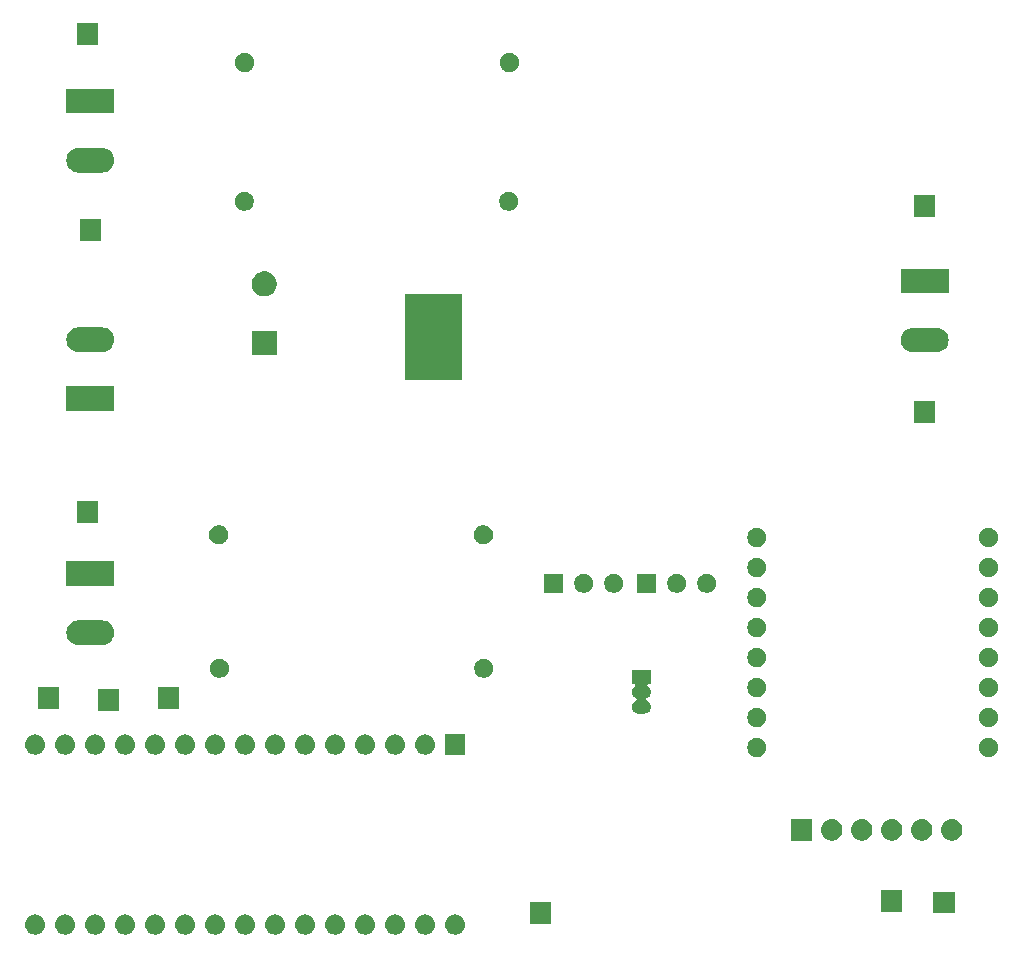
<source format=gbr>
G04 #@! TF.GenerationSoftware,KiCad,Pcbnew,(5.1.4)-1*
G04 #@! TF.CreationDate,2020-12-07T13:54:22+02:00*
G04 #@! TF.ProjectId,TDA7491 OP AMP,54444137-3439-4312-904f-5020414d502e,rev?*
G04 #@! TF.SameCoordinates,Original*
G04 #@! TF.FileFunction,Soldermask,Bot*
G04 #@! TF.FilePolarity,Negative*
%FSLAX46Y46*%
G04 Gerber Fmt 4.6, Leading zero omitted, Abs format (unit mm)*
G04 Created by KiCad (PCBNEW (5.1.4)-1) date 2020-12-07 13:54:22*
%MOMM*%
%LPD*%
G04 APERTURE LIST*
%ADD10C,0.100000*%
G04 APERTURE END LIST*
D10*
G36*
X101106823Y-144151313D02*
G01*
X101267242Y-144199976D01*
X101399906Y-144270886D01*
X101415078Y-144278996D01*
X101544659Y-144385341D01*
X101651004Y-144514922D01*
X101651005Y-144514924D01*
X101730024Y-144662758D01*
X101778687Y-144823177D01*
X101795117Y-144990000D01*
X101778687Y-145156823D01*
X101730024Y-145317242D01*
X101659114Y-145449906D01*
X101651004Y-145465078D01*
X101544659Y-145594659D01*
X101415078Y-145701004D01*
X101415076Y-145701005D01*
X101267242Y-145780024D01*
X101106823Y-145828687D01*
X100981804Y-145841000D01*
X100898196Y-145841000D01*
X100773177Y-145828687D01*
X100612758Y-145780024D01*
X100464924Y-145701005D01*
X100464922Y-145701004D01*
X100335341Y-145594659D01*
X100228996Y-145465078D01*
X100220886Y-145449906D01*
X100149976Y-145317242D01*
X100101313Y-145156823D01*
X100084883Y-144990000D01*
X100101313Y-144823177D01*
X100149976Y-144662758D01*
X100228995Y-144514924D01*
X100228996Y-144514922D01*
X100335341Y-144385341D01*
X100464922Y-144278996D01*
X100480094Y-144270886D01*
X100612758Y-144199976D01*
X100773177Y-144151313D01*
X100898196Y-144139000D01*
X100981804Y-144139000D01*
X101106823Y-144151313D01*
X101106823Y-144151313D01*
G37*
G36*
X118886823Y-144151313D02*
G01*
X119047242Y-144199976D01*
X119179906Y-144270886D01*
X119195078Y-144278996D01*
X119324659Y-144385341D01*
X119431004Y-144514922D01*
X119431005Y-144514924D01*
X119510024Y-144662758D01*
X119558687Y-144823177D01*
X119575117Y-144990000D01*
X119558687Y-145156823D01*
X119510024Y-145317242D01*
X119439114Y-145449906D01*
X119431004Y-145465078D01*
X119324659Y-145594659D01*
X119195078Y-145701004D01*
X119195076Y-145701005D01*
X119047242Y-145780024D01*
X118886823Y-145828687D01*
X118761804Y-145841000D01*
X118678196Y-145841000D01*
X118553177Y-145828687D01*
X118392758Y-145780024D01*
X118244924Y-145701005D01*
X118244922Y-145701004D01*
X118115341Y-145594659D01*
X118008996Y-145465078D01*
X118000886Y-145449906D01*
X117929976Y-145317242D01*
X117881313Y-145156823D01*
X117864883Y-144990000D01*
X117881313Y-144823177D01*
X117929976Y-144662758D01*
X118008995Y-144514924D01*
X118008996Y-144514922D01*
X118115341Y-144385341D01*
X118244922Y-144278996D01*
X118260094Y-144270886D01*
X118392758Y-144199976D01*
X118553177Y-144151313D01*
X118678196Y-144139000D01*
X118761804Y-144139000D01*
X118886823Y-144151313D01*
X118886823Y-144151313D01*
G37*
G36*
X103646823Y-144151313D02*
G01*
X103807242Y-144199976D01*
X103939906Y-144270886D01*
X103955078Y-144278996D01*
X104084659Y-144385341D01*
X104191004Y-144514922D01*
X104191005Y-144514924D01*
X104270024Y-144662758D01*
X104318687Y-144823177D01*
X104335117Y-144990000D01*
X104318687Y-145156823D01*
X104270024Y-145317242D01*
X104199114Y-145449906D01*
X104191004Y-145465078D01*
X104084659Y-145594659D01*
X103955078Y-145701004D01*
X103955076Y-145701005D01*
X103807242Y-145780024D01*
X103646823Y-145828687D01*
X103521804Y-145841000D01*
X103438196Y-145841000D01*
X103313177Y-145828687D01*
X103152758Y-145780024D01*
X103004924Y-145701005D01*
X103004922Y-145701004D01*
X102875341Y-145594659D01*
X102768996Y-145465078D01*
X102760886Y-145449906D01*
X102689976Y-145317242D01*
X102641313Y-145156823D01*
X102624883Y-144990000D01*
X102641313Y-144823177D01*
X102689976Y-144662758D01*
X102768995Y-144514924D01*
X102768996Y-144514922D01*
X102875341Y-144385341D01*
X103004922Y-144278996D01*
X103020094Y-144270886D01*
X103152758Y-144199976D01*
X103313177Y-144151313D01*
X103438196Y-144139000D01*
X103521804Y-144139000D01*
X103646823Y-144151313D01*
X103646823Y-144151313D01*
G37*
G36*
X106186823Y-144151313D02*
G01*
X106347242Y-144199976D01*
X106479906Y-144270886D01*
X106495078Y-144278996D01*
X106624659Y-144385341D01*
X106731004Y-144514922D01*
X106731005Y-144514924D01*
X106810024Y-144662758D01*
X106858687Y-144823177D01*
X106875117Y-144990000D01*
X106858687Y-145156823D01*
X106810024Y-145317242D01*
X106739114Y-145449906D01*
X106731004Y-145465078D01*
X106624659Y-145594659D01*
X106495078Y-145701004D01*
X106495076Y-145701005D01*
X106347242Y-145780024D01*
X106186823Y-145828687D01*
X106061804Y-145841000D01*
X105978196Y-145841000D01*
X105853177Y-145828687D01*
X105692758Y-145780024D01*
X105544924Y-145701005D01*
X105544922Y-145701004D01*
X105415341Y-145594659D01*
X105308996Y-145465078D01*
X105300886Y-145449906D01*
X105229976Y-145317242D01*
X105181313Y-145156823D01*
X105164883Y-144990000D01*
X105181313Y-144823177D01*
X105229976Y-144662758D01*
X105308995Y-144514924D01*
X105308996Y-144514922D01*
X105415341Y-144385341D01*
X105544922Y-144278996D01*
X105560094Y-144270886D01*
X105692758Y-144199976D01*
X105853177Y-144151313D01*
X105978196Y-144139000D01*
X106061804Y-144139000D01*
X106186823Y-144151313D01*
X106186823Y-144151313D01*
G37*
G36*
X108726823Y-144151313D02*
G01*
X108887242Y-144199976D01*
X109019906Y-144270886D01*
X109035078Y-144278996D01*
X109164659Y-144385341D01*
X109271004Y-144514922D01*
X109271005Y-144514924D01*
X109350024Y-144662758D01*
X109398687Y-144823177D01*
X109415117Y-144990000D01*
X109398687Y-145156823D01*
X109350024Y-145317242D01*
X109279114Y-145449906D01*
X109271004Y-145465078D01*
X109164659Y-145594659D01*
X109035078Y-145701004D01*
X109035076Y-145701005D01*
X108887242Y-145780024D01*
X108726823Y-145828687D01*
X108601804Y-145841000D01*
X108518196Y-145841000D01*
X108393177Y-145828687D01*
X108232758Y-145780024D01*
X108084924Y-145701005D01*
X108084922Y-145701004D01*
X107955341Y-145594659D01*
X107848996Y-145465078D01*
X107840886Y-145449906D01*
X107769976Y-145317242D01*
X107721313Y-145156823D01*
X107704883Y-144990000D01*
X107721313Y-144823177D01*
X107769976Y-144662758D01*
X107848995Y-144514924D01*
X107848996Y-144514922D01*
X107955341Y-144385341D01*
X108084922Y-144278996D01*
X108100094Y-144270886D01*
X108232758Y-144199976D01*
X108393177Y-144151313D01*
X108518196Y-144139000D01*
X108601804Y-144139000D01*
X108726823Y-144151313D01*
X108726823Y-144151313D01*
G37*
G36*
X111266823Y-144151313D02*
G01*
X111427242Y-144199976D01*
X111559906Y-144270886D01*
X111575078Y-144278996D01*
X111704659Y-144385341D01*
X111811004Y-144514922D01*
X111811005Y-144514924D01*
X111890024Y-144662758D01*
X111938687Y-144823177D01*
X111955117Y-144990000D01*
X111938687Y-145156823D01*
X111890024Y-145317242D01*
X111819114Y-145449906D01*
X111811004Y-145465078D01*
X111704659Y-145594659D01*
X111575078Y-145701004D01*
X111575076Y-145701005D01*
X111427242Y-145780024D01*
X111266823Y-145828687D01*
X111141804Y-145841000D01*
X111058196Y-145841000D01*
X110933177Y-145828687D01*
X110772758Y-145780024D01*
X110624924Y-145701005D01*
X110624922Y-145701004D01*
X110495341Y-145594659D01*
X110388996Y-145465078D01*
X110380886Y-145449906D01*
X110309976Y-145317242D01*
X110261313Y-145156823D01*
X110244883Y-144990000D01*
X110261313Y-144823177D01*
X110309976Y-144662758D01*
X110388995Y-144514924D01*
X110388996Y-144514922D01*
X110495341Y-144385341D01*
X110624922Y-144278996D01*
X110640094Y-144270886D01*
X110772758Y-144199976D01*
X110933177Y-144151313D01*
X111058196Y-144139000D01*
X111141804Y-144139000D01*
X111266823Y-144151313D01*
X111266823Y-144151313D01*
G37*
G36*
X113806823Y-144151313D02*
G01*
X113967242Y-144199976D01*
X114099906Y-144270886D01*
X114115078Y-144278996D01*
X114244659Y-144385341D01*
X114351004Y-144514922D01*
X114351005Y-144514924D01*
X114430024Y-144662758D01*
X114478687Y-144823177D01*
X114495117Y-144990000D01*
X114478687Y-145156823D01*
X114430024Y-145317242D01*
X114359114Y-145449906D01*
X114351004Y-145465078D01*
X114244659Y-145594659D01*
X114115078Y-145701004D01*
X114115076Y-145701005D01*
X113967242Y-145780024D01*
X113806823Y-145828687D01*
X113681804Y-145841000D01*
X113598196Y-145841000D01*
X113473177Y-145828687D01*
X113312758Y-145780024D01*
X113164924Y-145701005D01*
X113164922Y-145701004D01*
X113035341Y-145594659D01*
X112928996Y-145465078D01*
X112920886Y-145449906D01*
X112849976Y-145317242D01*
X112801313Y-145156823D01*
X112784883Y-144990000D01*
X112801313Y-144823177D01*
X112849976Y-144662758D01*
X112928995Y-144514924D01*
X112928996Y-144514922D01*
X113035341Y-144385341D01*
X113164922Y-144278996D01*
X113180094Y-144270886D01*
X113312758Y-144199976D01*
X113473177Y-144151313D01*
X113598196Y-144139000D01*
X113681804Y-144139000D01*
X113806823Y-144151313D01*
X113806823Y-144151313D01*
G37*
G36*
X116346823Y-144151313D02*
G01*
X116507242Y-144199976D01*
X116639906Y-144270886D01*
X116655078Y-144278996D01*
X116784659Y-144385341D01*
X116891004Y-144514922D01*
X116891005Y-144514924D01*
X116970024Y-144662758D01*
X117018687Y-144823177D01*
X117035117Y-144990000D01*
X117018687Y-145156823D01*
X116970024Y-145317242D01*
X116899114Y-145449906D01*
X116891004Y-145465078D01*
X116784659Y-145594659D01*
X116655078Y-145701004D01*
X116655076Y-145701005D01*
X116507242Y-145780024D01*
X116346823Y-145828687D01*
X116221804Y-145841000D01*
X116138196Y-145841000D01*
X116013177Y-145828687D01*
X115852758Y-145780024D01*
X115704924Y-145701005D01*
X115704922Y-145701004D01*
X115575341Y-145594659D01*
X115468996Y-145465078D01*
X115460886Y-145449906D01*
X115389976Y-145317242D01*
X115341313Y-145156823D01*
X115324883Y-144990000D01*
X115341313Y-144823177D01*
X115389976Y-144662758D01*
X115468995Y-144514924D01*
X115468996Y-144514922D01*
X115575341Y-144385341D01*
X115704922Y-144278996D01*
X115720094Y-144270886D01*
X115852758Y-144199976D01*
X116013177Y-144151313D01*
X116138196Y-144139000D01*
X116221804Y-144139000D01*
X116346823Y-144151313D01*
X116346823Y-144151313D01*
G37*
G36*
X123966823Y-144151313D02*
G01*
X124127242Y-144199976D01*
X124259906Y-144270886D01*
X124275078Y-144278996D01*
X124404659Y-144385341D01*
X124511004Y-144514922D01*
X124511005Y-144514924D01*
X124590024Y-144662758D01*
X124638687Y-144823177D01*
X124655117Y-144990000D01*
X124638687Y-145156823D01*
X124590024Y-145317242D01*
X124519114Y-145449906D01*
X124511004Y-145465078D01*
X124404659Y-145594659D01*
X124275078Y-145701004D01*
X124275076Y-145701005D01*
X124127242Y-145780024D01*
X123966823Y-145828687D01*
X123841804Y-145841000D01*
X123758196Y-145841000D01*
X123633177Y-145828687D01*
X123472758Y-145780024D01*
X123324924Y-145701005D01*
X123324922Y-145701004D01*
X123195341Y-145594659D01*
X123088996Y-145465078D01*
X123080886Y-145449906D01*
X123009976Y-145317242D01*
X122961313Y-145156823D01*
X122944883Y-144990000D01*
X122961313Y-144823177D01*
X123009976Y-144662758D01*
X123088995Y-144514924D01*
X123088996Y-144514922D01*
X123195341Y-144385341D01*
X123324922Y-144278996D01*
X123340094Y-144270886D01*
X123472758Y-144199976D01*
X123633177Y-144151313D01*
X123758196Y-144139000D01*
X123841804Y-144139000D01*
X123966823Y-144151313D01*
X123966823Y-144151313D01*
G37*
G36*
X126506823Y-144151313D02*
G01*
X126667242Y-144199976D01*
X126799906Y-144270886D01*
X126815078Y-144278996D01*
X126944659Y-144385341D01*
X127051004Y-144514922D01*
X127051005Y-144514924D01*
X127130024Y-144662758D01*
X127178687Y-144823177D01*
X127195117Y-144990000D01*
X127178687Y-145156823D01*
X127130024Y-145317242D01*
X127059114Y-145449906D01*
X127051004Y-145465078D01*
X126944659Y-145594659D01*
X126815078Y-145701004D01*
X126815076Y-145701005D01*
X126667242Y-145780024D01*
X126506823Y-145828687D01*
X126381804Y-145841000D01*
X126298196Y-145841000D01*
X126173177Y-145828687D01*
X126012758Y-145780024D01*
X125864924Y-145701005D01*
X125864922Y-145701004D01*
X125735341Y-145594659D01*
X125628996Y-145465078D01*
X125620886Y-145449906D01*
X125549976Y-145317242D01*
X125501313Y-145156823D01*
X125484883Y-144990000D01*
X125501313Y-144823177D01*
X125549976Y-144662758D01*
X125628995Y-144514924D01*
X125628996Y-144514922D01*
X125735341Y-144385341D01*
X125864922Y-144278996D01*
X125880094Y-144270886D01*
X126012758Y-144199976D01*
X126173177Y-144151313D01*
X126298196Y-144139000D01*
X126381804Y-144139000D01*
X126506823Y-144151313D01*
X126506823Y-144151313D01*
G37*
G36*
X129046823Y-144151313D02*
G01*
X129207242Y-144199976D01*
X129339906Y-144270886D01*
X129355078Y-144278996D01*
X129484659Y-144385341D01*
X129591004Y-144514922D01*
X129591005Y-144514924D01*
X129670024Y-144662758D01*
X129718687Y-144823177D01*
X129735117Y-144990000D01*
X129718687Y-145156823D01*
X129670024Y-145317242D01*
X129599114Y-145449906D01*
X129591004Y-145465078D01*
X129484659Y-145594659D01*
X129355078Y-145701004D01*
X129355076Y-145701005D01*
X129207242Y-145780024D01*
X129046823Y-145828687D01*
X128921804Y-145841000D01*
X128838196Y-145841000D01*
X128713177Y-145828687D01*
X128552758Y-145780024D01*
X128404924Y-145701005D01*
X128404922Y-145701004D01*
X128275341Y-145594659D01*
X128168996Y-145465078D01*
X128160886Y-145449906D01*
X128089976Y-145317242D01*
X128041313Y-145156823D01*
X128024883Y-144990000D01*
X128041313Y-144823177D01*
X128089976Y-144662758D01*
X128168995Y-144514924D01*
X128168996Y-144514922D01*
X128275341Y-144385341D01*
X128404922Y-144278996D01*
X128420094Y-144270886D01*
X128552758Y-144199976D01*
X128713177Y-144151313D01*
X128838196Y-144139000D01*
X128921804Y-144139000D01*
X129046823Y-144151313D01*
X129046823Y-144151313D01*
G37*
G36*
X131586823Y-144151313D02*
G01*
X131747242Y-144199976D01*
X131879906Y-144270886D01*
X131895078Y-144278996D01*
X132024659Y-144385341D01*
X132131004Y-144514922D01*
X132131005Y-144514924D01*
X132210024Y-144662758D01*
X132258687Y-144823177D01*
X132275117Y-144990000D01*
X132258687Y-145156823D01*
X132210024Y-145317242D01*
X132139114Y-145449906D01*
X132131004Y-145465078D01*
X132024659Y-145594659D01*
X131895078Y-145701004D01*
X131895076Y-145701005D01*
X131747242Y-145780024D01*
X131586823Y-145828687D01*
X131461804Y-145841000D01*
X131378196Y-145841000D01*
X131253177Y-145828687D01*
X131092758Y-145780024D01*
X130944924Y-145701005D01*
X130944922Y-145701004D01*
X130815341Y-145594659D01*
X130708996Y-145465078D01*
X130700886Y-145449906D01*
X130629976Y-145317242D01*
X130581313Y-145156823D01*
X130564883Y-144990000D01*
X130581313Y-144823177D01*
X130629976Y-144662758D01*
X130708995Y-144514924D01*
X130708996Y-144514922D01*
X130815341Y-144385341D01*
X130944922Y-144278996D01*
X130960094Y-144270886D01*
X131092758Y-144199976D01*
X131253177Y-144151313D01*
X131378196Y-144139000D01*
X131461804Y-144139000D01*
X131586823Y-144151313D01*
X131586823Y-144151313D01*
G37*
G36*
X134126823Y-144151313D02*
G01*
X134287242Y-144199976D01*
X134419906Y-144270886D01*
X134435078Y-144278996D01*
X134564659Y-144385341D01*
X134671004Y-144514922D01*
X134671005Y-144514924D01*
X134750024Y-144662758D01*
X134798687Y-144823177D01*
X134815117Y-144990000D01*
X134798687Y-145156823D01*
X134750024Y-145317242D01*
X134679114Y-145449906D01*
X134671004Y-145465078D01*
X134564659Y-145594659D01*
X134435078Y-145701004D01*
X134435076Y-145701005D01*
X134287242Y-145780024D01*
X134126823Y-145828687D01*
X134001804Y-145841000D01*
X133918196Y-145841000D01*
X133793177Y-145828687D01*
X133632758Y-145780024D01*
X133484924Y-145701005D01*
X133484922Y-145701004D01*
X133355341Y-145594659D01*
X133248996Y-145465078D01*
X133240886Y-145449906D01*
X133169976Y-145317242D01*
X133121313Y-145156823D01*
X133104883Y-144990000D01*
X133121313Y-144823177D01*
X133169976Y-144662758D01*
X133248995Y-144514924D01*
X133248996Y-144514922D01*
X133355341Y-144385341D01*
X133484922Y-144278996D01*
X133500094Y-144270886D01*
X133632758Y-144199976D01*
X133793177Y-144151313D01*
X133918196Y-144139000D01*
X134001804Y-144139000D01*
X134126823Y-144151313D01*
X134126823Y-144151313D01*
G37*
G36*
X136666823Y-144151313D02*
G01*
X136827242Y-144199976D01*
X136959906Y-144270886D01*
X136975078Y-144278996D01*
X137104659Y-144385341D01*
X137211004Y-144514922D01*
X137211005Y-144514924D01*
X137290024Y-144662758D01*
X137338687Y-144823177D01*
X137355117Y-144990000D01*
X137338687Y-145156823D01*
X137290024Y-145317242D01*
X137219114Y-145449906D01*
X137211004Y-145465078D01*
X137104659Y-145594659D01*
X136975078Y-145701004D01*
X136975076Y-145701005D01*
X136827242Y-145780024D01*
X136666823Y-145828687D01*
X136541804Y-145841000D01*
X136458196Y-145841000D01*
X136333177Y-145828687D01*
X136172758Y-145780024D01*
X136024924Y-145701005D01*
X136024922Y-145701004D01*
X135895341Y-145594659D01*
X135788996Y-145465078D01*
X135780886Y-145449906D01*
X135709976Y-145317242D01*
X135661313Y-145156823D01*
X135644883Y-144990000D01*
X135661313Y-144823177D01*
X135709976Y-144662758D01*
X135788995Y-144514924D01*
X135788996Y-144514922D01*
X135895341Y-144385341D01*
X136024922Y-144278996D01*
X136040094Y-144270886D01*
X136172758Y-144199976D01*
X136333177Y-144151313D01*
X136458196Y-144139000D01*
X136541804Y-144139000D01*
X136666823Y-144151313D01*
X136666823Y-144151313D01*
G37*
G36*
X121426823Y-144151313D02*
G01*
X121587242Y-144199976D01*
X121719906Y-144270886D01*
X121735078Y-144278996D01*
X121864659Y-144385341D01*
X121971004Y-144514922D01*
X121971005Y-144514924D01*
X122050024Y-144662758D01*
X122098687Y-144823177D01*
X122115117Y-144990000D01*
X122098687Y-145156823D01*
X122050024Y-145317242D01*
X121979114Y-145449906D01*
X121971004Y-145465078D01*
X121864659Y-145594659D01*
X121735078Y-145701004D01*
X121735076Y-145701005D01*
X121587242Y-145780024D01*
X121426823Y-145828687D01*
X121301804Y-145841000D01*
X121218196Y-145841000D01*
X121093177Y-145828687D01*
X120932758Y-145780024D01*
X120784924Y-145701005D01*
X120784922Y-145701004D01*
X120655341Y-145594659D01*
X120548996Y-145465078D01*
X120540886Y-145449906D01*
X120469976Y-145317242D01*
X120421313Y-145156823D01*
X120404883Y-144990000D01*
X120421313Y-144823177D01*
X120469976Y-144662758D01*
X120548995Y-144514924D01*
X120548996Y-144514922D01*
X120655341Y-144385341D01*
X120784922Y-144278996D01*
X120800094Y-144270886D01*
X120932758Y-144199976D01*
X121093177Y-144151313D01*
X121218196Y-144139000D01*
X121301804Y-144139000D01*
X121426823Y-144151313D01*
X121426823Y-144151313D01*
G37*
G36*
X144665000Y-144919000D02*
G01*
X142863000Y-144919000D01*
X142863000Y-143117000D01*
X144665000Y-143117000D01*
X144665000Y-144919000D01*
X144665000Y-144919000D01*
G37*
G36*
X178801000Y-144051000D02*
G01*
X176999000Y-144051000D01*
X176999000Y-142249000D01*
X178801000Y-142249000D01*
X178801000Y-144051000D01*
X178801000Y-144051000D01*
G37*
G36*
X174383000Y-143903000D02*
G01*
X172581000Y-143903000D01*
X172581000Y-142101000D01*
X174383000Y-142101000D01*
X174383000Y-143903000D01*
X174383000Y-143903000D01*
G37*
G36*
X178658443Y-136085519D02*
G01*
X178724627Y-136092037D01*
X178894466Y-136143557D01*
X179050991Y-136227222D01*
X179086729Y-136256552D01*
X179188186Y-136339814D01*
X179271448Y-136441271D01*
X179300778Y-136477009D01*
X179384443Y-136633534D01*
X179435963Y-136803373D01*
X179453359Y-136980000D01*
X179435963Y-137156627D01*
X179384443Y-137326466D01*
X179300778Y-137482991D01*
X179271448Y-137518729D01*
X179188186Y-137620186D01*
X179086729Y-137703448D01*
X179050991Y-137732778D01*
X178894466Y-137816443D01*
X178724627Y-137867963D01*
X178658443Y-137874481D01*
X178592260Y-137881000D01*
X178503740Y-137881000D01*
X178437557Y-137874481D01*
X178371373Y-137867963D01*
X178201534Y-137816443D01*
X178045009Y-137732778D01*
X178009271Y-137703448D01*
X177907814Y-137620186D01*
X177824552Y-137518729D01*
X177795222Y-137482991D01*
X177711557Y-137326466D01*
X177660037Y-137156627D01*
X177642641Y-136980000D01*
X177660037Y-136803373D01*
X177711557Y-136633534D01*
X177795222Y-136477009D01*
X177824552Y-136441271D01*
X177907814Y-136339814D01*
X178009271Y-136256552D01*
X178045009Y-136227222D01*
X178201534Y-136143557D01*
X178371373Y-136092037D01*
X178437557Y-136085519D01*
X178503740Y-136079000D01*
X178592260Y-136079000D01*
X178658443Y-136085519D01*
X178658443Y-136085519D01*
G37*
G36*
X176118443Y-136085519D02*
G01*
X176184627Y-136092037D01*
X176354466Y-136143557D01*
X176510991Y-136227222D01*
X176546729Y-136256552D01*
X176648186Y-136339814D01*
X176731448Y-136441271D01*
X176760778Y-136477009D01*
X176844443Y-136633534D01*
X176895963Y-136803373D01*
X176913359Y-136980000D01*
X176895963Y-137156627D01*
X176844443Y-137326466D01*
X176760778Y-137482991D01*
X176731448Y-137518729D01*
X176648186Y-137620186D01*
X176546729Y-137703448D01*
X176510991Y-137732778D01*
X176354466Y-137816443D01*
X176184627Y-137867963D01*
X176118443Y-137874481D01*
X176052260Y-137881000D01*
X175963740Y-137881000D01*
X175897557Y-137874481D01*
X175831373Y-137867963D01*
X175661534Y-137816443D01*
X175505009Y-137732778D01*
X175469271Y-137703448D01*
X175367814Y-137620186D01*
X175284552Y-137518729D01*
X175255222Y-137482991D01*
X175171557Y-137326466D01*
X175120037Y-137156627D01*
X175102641Y-136980000D01*
X175120037Y-136803373D01*
X175171557Y-136633534D01*
X175255222Y-136477009D01*
X175284552Y-136441271D01*
X175367814Y-136339814D01*
X175469271Y-136256552D01*
X175505009Y-136227222D01*
X175661534Y-136143557D01*
X175831373Y-136092037D01*
X175897557Y-136085519D01*
X175963740Y-136079000D01*
X176052260Y-136079000D01*
X176118443Y-136085519D01*
X176118443Y-136085519D01*
G37*
G36*
X173578443Y-136085519D02*
G01*
X173644627Y-136092037D01*
X173814466Y-136143557D01*
X173970991Y-136227222D01*
X174006729Y-136256552D01*
X174108186Y-136339814D01*
X174191448Y-136441271D01*
X174220778Y-136477009D01*
X174304443Y-136633534D01*
X174355963Y-136803373D01*
X174373359Y-136980000D01*
X174355963Y-137156627D01*
X174304443Y-137326466D01*
X174220778Y-137482991D01*
X174191448Y-137518729D01*
X174108186Y-137620186D01*
X174006729Y-137703448D01*
X173970991Y-137732778D01*
X173814466Y-137816443D01*
X173644627Y-137867963D01*
X173578443Y-137874481D01*
X173512260Y-137881000D01*
X173423740Y-137881000D01*
X173357557Y-137874481D01*
X173291373Y-137867963D01*
X173121534Y-137816443D01*
X172965009Y-137732778D01*
X172929271Y-137703448D01*
X172827814Y-137620186D01*
X172744552Y-137518729D01*
X172715222Y-137482991D01*
X172631557Y-137326466D01*
X172580037Y-137156627D01*
X172562641Y-136980000D01*
X172580037Y-136803373D01*
X172631557Y-136633534D01*
X172715222Y-136477009D01*
X172744552Y-136441271D01*
X172827814Y-136339814D01*
X172929271Y-136256552D01*
X172965009Y-136227222D01*
X173121534Y-136143557D01*
X173291373Y-136092037D01*
X173357557Y-136085519D01*
X173423740Y-136079000D01*
X173512260Y-136079000D01*
X173578443Y-136085519D01*
X173578443Y-136085519D01*
G37*
G36*
X171038443Y-136085519D02*
G01*
X171104627Y-136092037D01*
X171274466Y-136143557D01*
X171430991Y-136227222D01*
X171466729Y-136256552D01*
X171568186Y-136339814D01*
X171651448Y-136441271D01*
X171680778Y-136477009D01*
X171764443Y-136633534D01*
X171815963Y-136803373D01*
X171833359Y-136980000D01*
X171815963Y-137156627D01*
X171764443Y-137326466D01*
X171680778Y-137482991D01*
X171651448Y-137518729D01*
X171568186Y-137620186D01*
X171466729Y-137703448D01*
X171430991Y-137732778D01*
X171274466Y-137816443D01*
X171104627Y-137867963D01*
X171038443Y-137874481D01*
X170972260Y-137881000D01*
X170883740Y-137881000D01*
X170817557Y-137874481D01*
X170751373Y-137867963D01*
X170581534Y-137816443D01*
X170425009Y-137732778D01*
X170389271Y-137703448D01*
X170287814Y-137620186D01*
X170204552Y-137518729D01*
X170175222Y-137482991D01*
X170091557Y-137326466D01*
X170040037Y-137156627D01*
X170022641Y-136980000D01*
X170040037Y-136803373D01*
X170091557Y-136633534D01*
X170175222Y-136477009D01*
X170204552Y-136441271D01*
X170287814Y-136339814D01*
X170389271Y-136256552D01*
X170425009Y-136227222D01*
X170581534Y-136143557D01*
X170751373Y-136092037D01*
X170817557Y-136085519D01*
X170883740Y-136079000D01*
X170972260Y-136079000D01*
X171038443Y-136085519D01*
X171038443Y-136085519D01*
G37*
G36*
X168498443Y-136085519D02*
G01*
X168564627Y-136092037D01*
X168734466Y-136143557D01*
X168890991Y-136227222D01*
X168926729Y-136256552D01*
X169028186Y-136339814D01*
X169111448Y-136441271D01*
X169140778Y-136477009D01*
X169224443Y-136633534D01*
X169275963Y-136803373D01*
X169293359Y-136980000D01*
X169275963Y-137156627D01*
X169224443Y-137326466D01*
X169140778Y-137482991D01*
X169111448Y-137518729D01*
X169028186Y-137620186D01*
X168926729Y-137703448D01*
X168890991Y-137732778D01*
X168734466Y-137816443D01*
X168564627Y-137867963D01*
X168498443Y-137874481D01*
X168432260Y-137881000D01*
X168343740Y-137881000D01*
X168277557Y-137874481D01*
X168211373Y-137867963D01*
X168041534Y-137816443D01*
X167885009Y-137732778D01*
X167849271Y-137703448D01*
X167747814Y-137620186D01*
X167664552Y-137518729D01*
X167635222Y-137482991D01*
X167551557Y-137326466D01*
X167500037Y-137156627D01*
X167482641Y-136980000D01*
X167500037Y-136803373D01*
X167551557Y-136633534D01*
X167635222Y-136477009D01*
X167664552Y-136441271D01*
X167747814Y-136339814D01*
X167849271Y-136256552D01*
X167885009Y-136227222D01*
X168041534Y-136143557D01*
X168211373Y-136092037D01*
X168277557Y-136085519D01*
X168343740Y-136079000D01*
X168432260Y-136079000D01*
X168498443Y-136085519D01*
X168498443Y-136085519D01*
G37*
G36*
X166749000Y-137881000D02*
G01*
X164947000Y-137881000D01*
X164947000Y-136079000D01*
X166749000Y-136079000D01*
X166749000Y-137881000D01*
X166749000Y-137881000D01*
G37*
G36*
X162291142Y-129204242D02*
G01*
X162439101Y-129265529D01*
X162572255Y-129354499D01*
X162685501Y-129467745D01*
X162774471Y-129600899D01*
X162835758Y-129748858D01*
X162867000Y-129905925D01*
X162867000Y-130066075D01*
X162835758Y-130223142D01*
X162774471Y-130371101D01*
X162685501Y-130504255D01*
X162572255Y-130617501D01*
X162439101Y-130706471D01*
X162291142Y-130767758D01*
X162134075Y-130799000D01*
X161973925Y-130799000D01*
X161816858Y-130767758D01*
X161668899Y-130706471D01*
X161535745Y-130617501D01*
X161422499Y-130504255D01*
X161333529Y-130371101D01*
X161272242Y-130223142D01*
X161241000Y-130066075D01*
X161241000Y-129905925D01*
X161272242Y-129748858D01*
X161333529Y-129600899D01*
X161422499Y-129467745D01*
X161535745Y-129354499D01*
X161668899Y-129265529D01*
X161816858Y-129204242D01*
X161973925Y-129173000D01*
X162134075Y-129173000D01*
X162291142Y-129204242D01*
X162291142Y-129204242D01*
G37*
G36*
X181891142Y-129204242D02*
G01*
X182039101Y-129265529D01*
X182172255Y-129354499D01*
X182285501Y-129467745D01*
X182374471Y-129600899D01*
X182435758Y-129748858D01*
X182467000Y-129905925D01*
X182467000Y-130066075D01*
X182435758Y-130223142D01*
X182374471Y-130371101D01*
X182285501Y-130504255D01*
X182172255Y-130617501D01*
X182039101Y-130706471D01*
X181891142Y-130767758D01*
X181734075Y-130799000D01*
X181573925Y-130799000D01*
X181416858Y-130767758D01*
X181268899Y-130706471D01*
X181135745Y-130617501D01*
X181022499Y-130504255D01*
X180933529Y-130371101D01*
X180872242Y-130223142D01*
X180841000Y-130066075D01*
X180841000Y-129905925D01*
X180872242Y-129748858D01*
X180933529Y-129600899D01*
X181022499Y-129467745D01*
X181135745Y-129354499D01*
X181268899Y-129265529D01*
X181416858Y-129204242D01*
X181573925Y-129173000D01*
X181734075Y-129173000D01*
X181891142Y-129204242D01*
X181891142Y-129204242D01*
G37*
G36*
X118886823Y-128911313D02*
G01*
X119047242Y-128959976D01*
X119179906Y-129030886D01*
X119195078Y-129038996D01*
X119324659Y-129145341D01*
X119431004Y-129274922D01*
X119431005Y-129274924D01*
X119510024Y-129422758D01*
X119558687Y-129583177D01*
X119575117Y-129750000D01*
X119558687Y-129916823D01*
X119510024Y-130077242D01*
X119439114Y-130209906D01*
X119431004Y-130225078D01*
X119324659Y-130354659D01*
X119195078Y-130461004D01*
X119195076Y-130461005D01*
X119047242Y-130540024D01*
X118886823Y-130588687D01*
X118761804Y-130601000D01*
X118678196Y-130601000D01*
X118553177Y-130588687D01*
X118392758Y-130540024D01*
X118244924Y-130461005D01*
X118244922Y-130461004D01*
X118115341Y-130354659D01*
X118008996Y-130225078D01*
X118000886Y-130209906D01*
X117929976Y-130077242D01*
X117881313Y-129916823D01*
X117864883Y-129750000D01*
X117881313Y-129583177D01*
X117929976Y-129422758D01*
X118008995Y-129274924D01*
X118008996Y-129274922D01*
X118115341Y-129145341D01*
X118244922Y-129038996D01*
X118260094Y-129030886D01*
X118392758Y-128959976D01*
X118553177Y-128911313D01*
X118678196Y-128899000D01*
X118761804Y-128899000D01*
X118886823Y-128911313D01*
X118886823Y-128911313D01*
G37*
G36*
X101106823Y-128911313D02*
G01*
X101267242Y-128959976D01*
X101399906Y-129030886D01*
X101415078Y-129038996D01*
X101544659Y-129145341D01*
X101651004Y-129274922D01*
X101651005Y-129274924D01*
X101730024Y-129422758D01*
X101778687Y-129583177D01*
X101795117Y-129750000D01*
X101778687Y-129916823D01*
X101730024Y-130077242D01*
X101659114Y-130209906D01*
X101651004Y-130225078D01*
X101544659Y-130354659D01*
X101415078Y-130461004D01*
X101415076Y-130461005D01*
X101267242Y-130540024D01*
X101106823Y-130588687D01*
X100981804Y-130601000D01*
X100898196Y-130601000D01*
X100773177Y-130588687D01*
X100612758Y-130540024D01*
X100464924Y-130461005D01*
X100464922Y-130461004D01*
X100335341Y-130354659D01*
X100228996Y-130225078D01*
X100220886Y-130209906D01*
X100149976Y-130077242D01*
X100101313Y-129916823D01*
X100084883Y-129750000D01*
X100101313Y-129583177D01*
X100149976Y-129422758D01*
X100228995Y-129274924D01*
X100228996Y-129274922D01*
X100335341Y-129145341D01*
X100464922Y-129038996D01*
X100480094Y-129030886D01*
X100612758Y-128959976D01*
X100773177Y-128911313D01*
X100898196Y-128899000D01*
X100981804Y-128899000D01*
X101106823Y-128911313D01*
X101106823Y-128911313D01*
G37*
G36*
X103646823Y-128911313D02*
G01*
X103807242Y-128959976D01*
X103939906Y-129030886D01*
X103955078Y-129038996D01*
X104084659Y-129145341D01*
X104191004Y-129274922D01*
X104191005Y-129274924D01*
X104270024Y-129422758D01*
X104318687Y-129583177D01*
X104335117Y-129750000D01*
X104318687Y-129916823D01*
X104270024Y-130077242D01*
X104199114Y-130209906D01*
X104191004Y-130225078D01*
X104084659Y-130354659D01*
X103955078Y-130461004D01*
X103955076Y-130461005D01*
X103807242Y-130540024D01*
X103646823Y-130588687D01*
X103521804Y-130601000D01*
X103438196Y-130601000D01*
X103313177Y-130588687D01*
X103152758Y-130540024D01*
X103004924Y-130461005D01*
X103004922Y-130461004D01*
X102875341Y-130354659D01*
X102768996Y-130225078D01*
X102760886Y-130209906D01*
X102689976Y-130077242D01*
X102641313Y-129916823D01*
X102624883Y-129750000D01*
X102641313Y-129583177D01*
X102689976Y-129422758D01*
X102768995Y-129274924D01*
X102768996Y-129274922D01*
X102875341Y-129145341D01*
X103004922Y-129038996D01*
X103020094Y-129030886D01*
X103152758Y-128959976D01*
X103313177Y-128911313D01*
X103438196Y-128899000D01*
X103521804Y-128899000D01*
X103646823Y-128911313D01*
X103646823Y-128911313D01*
G37*
G36*
X106186823Y-128911313D02*
G01*
X106347242Y-128959976D01*
X106479906Y-129030886D01*
X106495078Y-129038996D01*
X106624659Y-129145341D01*
X106731004Y-129274922D01*
X106731005Y-129274924D01*
X106810024Y-129422758D01*
X106858687Y-129583177D01*
X106875117Y-129750000D01*
X106858687Y-129916823D01*
X106810024Y-130077242D01*
X106739114Y-130209906D01*
X106731004Y-130225078D01*
X106624659Y-130354659D01*
X106495078Y-130461004D01*
X106495076Y-130461005D01*
X106347242Y-130540024D01*
X106186823Y-130588687D01*
X106061804Y-130601000D01*
X105978196Y-130601000D01*
X105853177Y-130588687D01*
X105692758Y-130540024D01*
X105544924Y-130461005D01*
X105544922Y-130461004D01*
X105415341Y-130354659D01*
X105308996Y-130225078D01*
X105300886Y-130209906D01*
X105229976Y-130077242D01*
X105181313Y-129916823D01*
X105164883Y-129750000D01*
X105181313Y-129583177D01*
X105229976Y-129422758D01*
X105308995Y-129274924D01*
X105308996Y-129274922D01*
X105415341Y-129145341D01*
X105544922Y-129038996D01*
X105560094Y-129030886D01*
X105692758Y-128959976D01*
X105853177Y-128911313D01*
X105978196Y-128899000D01*
X106061804Y-128899000D01*
X106186823Y-128911313D01*
X106186823Y-128911313D01*
G37*
G36*
X137351000Y-130601000D02*
G01*
X135649000Y-130601000D01*
X135649000Y-128899000D01*
X137351000Y-128899000D01*
X137351000Y-130601000D01*
X137351000Y-130601000D01*
G37*
G36*
X111266823Y-128911313D02*
G01*
X111427242Y-128959976D01*
X111559906Y-129030886D01*
X111575078Y-129038996D01*
X111704659Y-129145341D01*
X111811004Y-129274922D01*
X111811005Y-129274924D01*
X111890024Y-129422758D01*
X111938687Y-129583177D01*
X111955117Y-129750000D01*
X111938687Y-129916823D01*
X111890024Y-130077242D01*
X111819114Y-130209906D01*
X111811004Y-130225078D01*
X111704659Y-130354659D01*
X111575078Y-130461004D01*
X111575076Y-130461005D01*
X111427242Y-130540024D01*
X111266823Y-130588687D01*
X111141804Y-130601000D01*
X111058196Y-130601000D01*
X110933177Y-130588687D01*
X110772758Y-130540024D01*
X110624924Y-130461005D01*
X110624922Y-130461004D01*
X110495341Y-130354659D01*
X110388996Y-130225078D01*
X110380886Y-130209906D01*
X110309976Y-130077242D01*
X110261313Y-129916823D01*
X110244883Y-129750000D01*
X110261313Y-129583177D01*
X110309976Y-129422758D01*
X110388995Y-129274924D01*
X110388996Y-129274922D01*
X110495341Y-129145341D01*
X110624922Y-129038996D01*
X110640094Y-129030886D01*
X110772758Y-128959976D01*
X110933177Y-128911313D01*
X111058196Y-128899000D01*
X111141804Y-128899000D01*
X111266823Y-128911313D01*
X111266823Y-128911313D01*
G37*
G36*
X134126823Y-128911313D02*
G01*
X134287242Y-128959976D01*
X134419906Y-129030886D01*
X134435078Y-129038996D01*
X134564659Y-129145341D01*
X134671004Y-129274922D01*
X134671005Y-129274924D01*
X134750024Y-129422758D01*
X134798687Y-129583177D01*
X134815117Y-129750000D01*
X134798687Y-129916823D01*
X134750024Y-130077242D01*
X134679114Y-130209906D01*
X134671004Y-130225078D01*
X134564659Y-130354659D01*
X134435078Y-130461004D01*
X134435076Y-130461005D01*
X134287242Y-130540024D01*
X134126823Y-130588687D01*
X134001804Y-130601000D01*
X133918196Y-130601000D01*
X133793177Y-130588687D01*
X133632758Y-130540024D01*
X133484924Y-130461005D01*
X133484922Y-130461004D01*
X133355341Y-130354659D01*
X133248996Y-130225078D01*
X133240886Y-130209906D01*
X133169976Y-130077242D01*
X133121313Y-129916823D01*
X133104883Y-129750000D01*
X133121313Y-129583177D01*
X133169976Y-129422758D01*
X133248995Y-129274924D01*
X133248996Y-129274922D01*
X133355341Y-129145341D01*
X133484922Y-129038996D01*
X133500094Y-129030886D01*
X133632758Y-128959976D01*
X133793177Y-128911313D01*
X133918196Y-128899000D01*
X134001804Y-128899000D01*
X134126823Y-128911313D01*
X134126823Y-128911313D01*
G37*
G36*
X108726823Y-128911313D02*
G01*
X108887242Y-128959976D01*
X109019906Y-129030886D01*
X109035078Y-129038996D01*
X109164659Y-129145341D01*
X109271004Y-129274922D01*
X109271005Y-129274924D01*
X109350024Y-129422758D01*
X109398687Y-129583177D01*
X109415117Y-129750000D01*
X109398687Y-129916823D01*
X109350024Y-130077242D01*
X109279114Y-130209906D01*
X109271004Y-130225078D01*
X109164659Y-130354659D01*
X109035078Y-130461004D01*
X109035076Y-130461005D01*
X108887242Y-130540024D01*
X108726823Y-130588687D01*
X108601804Y-130601000D01*
X108518196Y-130601000D01*
X108393177Y-130588687D01*
X108232758Y-130540024D01*
X108084924Y-130461005D01*
X108084922Y-130461004D01*
X107955341Y-130354659D01*
X107848996Y-130225078D01*
X107840886Y-130209906D01*
X107769976Y-130077242D01*
X107721313Y-129916823D01*
X107704883Y-129750000D01*
X107721313Y-129583177D01*
X107769976Y-129422758D01*
X107848995Y-129274924D01*
X107848996Y-129274922D01*
X107955341Y-129145341D01*
X108084922Y-129038996D01*
X108100094Y-129030886D01*
X108232758Y-128959976D01*
X108393177Y-128911313D01*
X108518196Y-128899000D01*
X108601804Y-128899000D01*
X108726823Y-128911313D01*
X108726823Y-128911313D01*
G37*
G36*
X131586823Y-128911313D02*
G01*
X131747242Y-128959976D01*
X131879906Y-129030886D01*
X131895078Y-129038996D01*
X132024659Y-129145341D01*
X132131004Y-129274922D01*
X132131005Y-129274924D01*
X132210024Y-129422758D01*
X132258687Y-129583177D01*
X132275117Y-129750000D01*
X132258687Y-129916823D01*
X132210024Y-130077242D01*
X132139114Y-130209906D01*
X132131004Y-130225078D01*
X132024659Y-130354659D01*
X131895078Y-130461004D01*
X131895076Y-130461005D01*
X131747242Y-130540024D01*
X131586823Y-130588687D01*
X131461804Y-130601000D01*
X131378196Y-130601000D01*
X131253177Y-130588687D01*
X131092758Y-130540024D01*
X130944924Y-130461005D01*
X130944922Y-130461004D01*
X130815341Y-130354659D01*
X130708996Y-130225078D01*
X130700886Y-130209906D01*
X130629976Y-130077242D01*
X130581313Y-129916823D01*
X130564883Y-129750000D01*
X130581313Y-129583177D01*
X130629976Y-129422758D01*
X130708995Y-129274924D01*
X130708996Y-129274922D01*
X130815341Y-129145341D01*
X130944922Y-129038996D01*
X130960094Y-129030886D01*
X131092758Y-128959976D01*
X131253177Y-128911313D01*
X131378196Y-128899000D01*
X131461804Y-128899000D01*
X131586823Y-128911313D01*
X131586823Y-128911313D01*
G37*
G36*
X116346823Y-128911313D02*
G01*
X116507242Y-128959976D01*
X116639906Y-129030886D01*
X116655078Y-129038996D01*
X116784659Y-129145341D01*
X116891004Y-129274922D01*
X116891005Y-129274924D01*
X116970024Y-129422758D01*
X117018687Y-129583177D01*
X117035117Y-129750000D01*
X117018687Y-129916823D01*
X116970024Y-130077242D01*
X116899114Y-130209906D01*
X116891004Y-130225078D01*
X116784659Y-130354659D01*
X116655078Y-130461004D01*
X116655076Y-130461005D01*
X116507242Y-130540024D01*
X116346823Y-130588687D01*
X116221804Y-130601000D01*
X116138196Y-130601000D01*
X116013177Y-130588687D01*
X115852758Y-130540024D01*
X115704924Y-130461005D01*
X115704922Y-130461004D01*
X115575341Y-130354659D01*
X115468996Y-130225078D01*
X115460886Y-130209906D01*
X115389976Y-130077242D01*
X115341313Y-129916823D01*
X115324883Y-129750000D01*
X115341313Y-129583177D01*
X115389976Y-129422758D01*
X115468995Y-129274924D01*
X115468996Y-129274922D01*
X115575341Y-129145341D01*
X115704922Y-129038996D01*
X115720094Y-129030886D01*
X115852758Y-128959976D01*
X116013177Y-128911313D01*
X116138196Y-128899000D01*
X116221804Y-128899000D01*
X116346823Y-128911313D01*
X116346823Y-128911313D01*
G37*
G36*
X129046823Y-128911313D02*
G01*
X129207242Y-128959976D01*
X129339906Y-129030886D01*
X129355078Y-129038996D01*
X129484659Y-129145341D01*
X129591004Y-129274922D01*
X129591005Y-129274924D01*
X129670024Y-129422758D01*
X129718687Y-129583177D01*
X129735117Y-129750000D01*
X129718687Y-129916823D01*
X129670024Y-130077242D01*
X129599114Y-130209906D01*
X129591004Y-130225078D01*
X129484659Y-130354659D01*
X129355078Y-130461004D01*
X129355076Y-130461005D01*
X129207242Y-130540024D01*
X129046823Y-130588687D01*
X128921804Y-130601000D01*
X128838196Y-130601000D01*
X128713177Y-130588687D01*
X128552758Y-130540024D01*
X128404924Y-130461005D01*
X128404922Y-130461004D01*
X128275341Y-130354659D01*
X128168996Y-130225078D01*
X128160886Y-130209906D01*
X128089976Y-130077242D01*
X128041313Y-129916823D01*
X128024883Y-129750000D01*
X128041313Y-129583177D01*
X128089976Y-129422758D01*
X128168995Y-129274924D01*
X128168996Y-129274922D01*
X128275341Y-129145341D01*
X128404922Y-129038996D01*
X128420094Y-129030886D01*
X128552758Y-128959976D01*
X128713177Y-128911313D01*
X128838196Y-128899000D01*
X128921804Y-128899000D01*
X129046823Y-128911313D01*
X129046823Y-128911313D01*
G37*
G36*
X113806823Y-128911313D02*
G01*
X113967242Y-128959976D01*
X114099906Y-129030886D01*
X114115078Y-129038996D01*
X114244659Y-129145341D01*
X114351004Y-129274922D01*
X114351005Y-129274924D01*
X114430024Y-129422758D01*
X114478687Y-129583177D01*
X114495117Y-129750000D01*
X114478687Y-129916823D01*
X114430024Y-130077242D01*
X114359114Y-130209906D01*
X114351004Y-130225078D01*
X114244659Y-130354659D01*
X114115078Y-130461004D01*
X114115076Y-130461005D01*
X113967242Y-130540024D01*
X113806823Y-130588687D01*
X113681804Y-130601000D01*
X113598196Y-130601000D01*
X113473177Y-130588687D01*
X113312758Y-130540024D01*
X113164924Y-130461005D01*
X113164922Y-130461004D01*
X113035341Y-130354659D01*
X112928996Y-130225078D01*
X112920886Y-130209906D01*
X112849976Y-130077242D01*
X112801313Y-129916823D01*
X112784883Y-129750000D01*
X112801313Y-129583177D01*
X112849976Y-129422758D01*
X112928995Y-129274924D01*
X112928996Y-129274922D01*
X113035341Y-129145341D01*
X113164922Y-129038996D01*
X113180094Y-129030886D01*
X113312758Y-128959976D01*
X113473177Y-128911313D01*
X113598196Y-128899000D01*
X113681804Y-128899000D01*
X113806823Y-128911313D01*
X113806823Y-128911313D01*
G37*
G36*
X126506823Y-128911313D02*
G01*
X126667242Y-128959976D01*
X126799906Y-129030886D01*
X126815078Y-129038996D01*
X126944659Y-129145341D01*
X127051004Y-129274922D01*
X127051005Y-129274924D01*
X127130024Y-129422758D01*
X127178687Y-129583177D01*
X127195117Y-129750000D01*
X127178687Y-129916823D01*
X127130024Y-130077242D01*
X127059114Y-130209906D01*
X127051004Y-130225078D01*
X126944659Y-130354659D01*
X126815078Y-130461004D01*
X126815076Y-130461005D01*
X126667242Y-130540024D01*
X126506823Y-130588687D01*
X126381804Y-130601000D01*
X126298196Y-130601000D01*
X126173177Y-130588687D01*
X126012758Y-130540024D01*
X125864924Y-130461005D01*
X125864922Y-130461004D01*
X125735341Y-130354659D01*
X125628996Y-130225078D01*
X125620886Y-130209906D01*
X125549976Y-130077242D01*
X125501313Y-129916823D01*
X125484883Y-129750000D01*
X125501313Y-129583177D01*
X125549976Y-129422758D01*
X125628995Y-129274924D01*
X125628996Y-129274922D01*
X125735341Y-129145341D01*
X125864922Y-129038996D01*
X125880094Y-129030886D01*
X126012758Y-128959976D01*
X126173177Y-128911313D01*
X126298196Y-128899000D01*
X126381804Y-128899000D01*
X126506823Y-128911313D01*
X126506823Y-128911313D01*
G37*
G36*
X121426823Y-128911313D02*
G01*
X121587242Y-128959976D01*
X121719906Y-129030886D01*
X121735078Y-129038996D01*
X121864659Y-129145341D01*
X121971004Y-129274922D01*
X121971005Y-129274924D01*
X122050024Y-129422758D01*
X122098687Y-129583177D01*
X122115117Y-129750000D01*
X122098687Y-129916823D01*
X122050024Y-130077242D01*
X121979114Y-130209906D01*
X121971004Y-130225078D01*
X121864659Y-130354659D01*
X121735078Y-130461004D01*
X121735076Y-130461005D01*
X121587242Y-130540024D01*
X121426823Y-130588687D01*
X121301804Y-130601000D01*
X121218196Y-130601000D01*
X121093177Y-130588687D01*
X120932758Y-130540024D01*
X120784924Y-130461005D01*
X120784922Y-130461004D01*
X120655341Y-130354659D01*
X120548996Y-130225078D01*
X120540886Y-130209906D01*
X120469976Y-130077242D01*
X120421313Y-129916823D01*
X120404883Y-129750000D01*
X120421313Y-129583177D01*
X120469976Y-129422758D01*
X120548995Y-129274924D01*
X120548996Y-129274922D01*
X120655341Y-129145341D01*
X120784922Y-129038996D01*
X120800094Y-129030886D01*
X120932758Y-128959976D01*
X121093177Y-128911313D01*
X121218196Y-128899000D01*
X121301804Y-128899000D01*
X121426823Y-128911313D01*
X121426823Y-128911313D01*
G37*
G36*
X123966823Y-128911313D02*
G01*
X124127242Y-128959976D01*
X124259906Y-129030886D01*
X124275078Y-129038996D01*
X124404659Y-129145341D01*
X124511004Y-129274922D01*
X124511005Y-129274924D01*
X124590024Y-129422758D01*
X124638687Y-129583177D01*
X124655117Y-129750000D01*
X124638687Y-129916823D01*
X124590024Y-130077242D01*
X124519114Y-130209906D01*
X124511004Y-130225078D01*
X124404659Y-130354659D01*
X124275078Y-130461004D01*
X124275076Y-130461005D01*
X124127242Y-130540024D01*
X123966823Y-130588687D01*
X123841804Y-130601000D01*
X123758196Y-130601000D01*
X123633177Y-130588687D01*
X123472758Y-130540024D01*
X123324924Y-130461005D01*
X123324922Y-130461004D01*
X123195341Y-130354659D01*
X123088996Y-130225078D01*
X123080886Y-130209906D01*
X123009976Y-130077242D01*
X122961313Y-129916823D01*
X122944883Y-129750000D01*
X122961313Y-129583177D01*
X123009976Y-129422758D01*
X123088995Y-129274924D01*
X123088996Y-129274922D01*
X123195341Y-129145341D01*
X123324922Y-129038996D01*
X123340094Y-129030886D01*
X123472758Y-128959976D01*
X123633177Y-128911313D01*
X123758196Y-128899000D01*
X123841804Y-128899000D01*
X123966823Y-128911313D01*
X123966823Y-128911313D01*
G37*
G36*
X162291142Y-126664242D02*
G01*
X162439101Y-126725529D01*
X162572255Y-126814499D01*
X162685501Y-126927745D01*
X162774471Y-127060899D01*
X162835758Y-127208858D01*
X162867000Y-127365925D01*
X162867000Y-127526075D01*
X162835758Y-127683142D01*
X162774471Y-127831101D01*
X162685501Y-127964255D01*
X162572255Y-128077501D01*
X162439101Y-128166471D01*
X162291142Y-128227758D01*
X162134075Y-128259000D01*
X161973925Y-128259000D01*
X161816858Y-128227758D01*
X161668899Y-128166471D01*
X161535745Y-128077501D01*
X161422499Y-127964255D01*
X161333529Y-127831101D01*
X161272242Y-127683142D01*
X161241000Y-127526075D01*
X161241000Y-127365925D01*
X161272242Y-127208858D01*
X161333529Y-127060899D01*
X161422499Y-126927745D01*
X161535745Y-126814499D01*
X161668899Y-126725529D01*
X161816858Y-126664242D01*
X161973925Y-126633000D01*
X162134075Y-126633000D01*
X162291142Y-126664242D01*
X162291142Y-126664242D01*
G37*
G36*
X181891142Y-126664242D02*
G01*
X182039101Y-126725529D01*
X182172255Y-126814499D01*
X182285501Y-126927745D01*
X182374471Y-127060899D01*
X182435758Y-127208858D01*
X182467000Y-127365925D01*
X182467000Y-127526075D01*
X182435758Y-127683142D01*
X182374471Y-127831101D01*
X182285501Y-127964255D01*
X182172255Y-128077501D01*
X182039101Y-128166471D01*
X181891142Y-128227758D01*
X181734075Y-128259000D01*
X181573925Y-128259000D01*
X181416858Y-128227758D01*
X181268899Y-128166471D01*
X181135745Y-128077501D01*
X181022499Y-127964255D01*
X180933529Y-127831101D01*
X180872242Y-127683142D01*
X180841000Y-127526075D01*
X180841000Y-127365925D01*
X180872242Y-127208858D01*
X180933529Y-127060899D01*
X181022499Y-126927745D01*
X181135745Y-126814499D01*
X181268899Y-126725529D01*
X181416858Y-126664242D01*
X181573925Y-126633000D01*
X181734075Y-126633000D01*
X181891142Y-126664242D01*
X181891142Y-126664242D01*
G37*
G36*
X153079000Y-124590000D02*
G01*
X152914660Y-124590000D01*
X152890274Y-124592402D01*
X152866825Y-124599515D01*
X152845214Y-124611066D01*
X152826272Y-124626611D01*
X152810727Y-124645553D01*
X152799176Y-124667164D01*
X152792063Y-124690613D01*
X152789661Y-124714999D01*
X152792063Y-124739385D01*
X152799176Y-124762834D01*
X152810727Y-124784445D01*
X152826272Y-124803387D01*
X152835345Y-124811609D01*
X152912264Y-124874736D01*
X152984244Y-124962443D01*
X152996875Y-124986075D01*
X153037728Y-125062505D01*
X153037729Y-125062508D01*
X153070666Y-125171084D01*
X153081787Y-125284000D01*
X153070666Y-125396916D01*
X153037729Y-125505492D01*
X153037728Y-125505495D01*
X153020621Y-125537499D01*
X152984244Y-125605557D01*
X152912264Y-125693264D01*
X152824557Y-125765244D01*
X152743141Y-125808761D01*
X152722766Y-125822375D01*
X152705439Y-125839702D01*
X152691826Y-125860076D01*
X152682448Y-125882715D01*
X152677668Y-125906748D01*
X152677668Y-125931252D01*
X152682448Y-125955285D01*
X152691826Y-125977924D01*
X152705440Y-125998299D01*
X152722767Y-126015626D01*
X152743141Y-126029239D01*
X152824557Y-126072756D01*
X152912264Y-126144736D01*
X152984244Y-126232443D01*
X153018429Y-126296399D01*
X153037728Y-126332505D01*
X153037729Y-126332508D01*
X153070666Y-126441084D01*
X153081787Y-126554000D01*
X153070666Y-126666916D01*
X153052885Y-126725529D01*
X153037728Y-126775495D01*
X153018429Y-126811601D01*
X152984244Y-126875557D01*
X152912264Y-126963264D01*
X152824557Y-127035244D01*
X152776559Y-127060899D01*
X152724495Y-127088728D01*
X152724492Y-127088729D01*
X152615916Y-127121666D01*
X152531298Y-127130000D01*
X152024702Y-127130000D01*
X151940084Y-127121666D01*
X151831508Y-127088729D01*
X151831505Y-127088728D01*
X151779441Y-127060899D01*
X151731443Y-127035244D01*
X151643736Y-126963264D01*
X151571756Y-126875557D01*
X151537571Y-126811601D01*
X151518272Y-126775495D01*
X151503115Y-126725529D01*
X151485334Y-126666916D01*
X151474213Y-126554000D01*
X151485334Y-126441084D01*
X151518271Y-126332508D01*
X151518272Y-126332505D01*
X151537571Y-126296399D01*
X151571756Y-126232443D01*
X151643736Y-126144736D01*
X151731443Y-126072756D01*
X151812859Y-126029239D01*
X151833234Y-126015625D01*
X151850561Y-125998298D01*
X151864174Y-125977924D01*
X151873552Y-125955285D01*
X151878332Y-125931252D01*
X151878332Y-125906748D01*
X151873552Y-125882715D01*
X151864174Y-125860076D01*
X151850560Y-125839701D01*
X151833233Y-125822374D01*
X151812859Y-125808761D01*
X151731443Y-125765244D01*
X151643736Y-125693264D01*
X151571756Y-125605557D01*
X151535379Y-125537499D01*
X151518272Y-125505495D01*
X151518271Y-125505492D01*
X151485334Y-125396916D01*
X151474213Y-125284000D01*
X151485334Y-125171084D01*
X151518271Y-125062508D01*
X151518272Y-125062505D01*
X151559125Y-124986075D01*
X151571756Y-124962443D01*
X151643736Y-124874736D01*
X151720646Y-124811617D01*
X151737965Y-124794298D01*
X151751579Y-124773923D01*
X151760957Y-124751284D01*
X151765737Y-124727251D01*
X151765737Y-124702747D01*
X151760957Y-124678714D01*
X151751579Y-124656075D01*
X151737966Y-124635701D01*
X151720639Y-124618374D01*
X151700264Y-124604760D01*
X151677625Y-124595382D01*
X151653592Y-124590602D01*
X151641340Y-124590000D01*
X151477000Y-124590000D01*
X151477000Y-123438000D01*
X153079000Y-123438000D01*
X153079000Y-124590000D01*
X153079000Y-124590000D01*
G37*
G36*
X108089000Y-126885000D02*
G01*
X106287000Y-126885000D01*
X106287000Y-125083000D01*
X108089000Y-125083000D01*
X108089000Y-126885000D01*
X108089000Y-126885000D01*
G37*
G36*
X103009000Y-126705000D02*
G01*
X101207000Y-126705000D01*
X101207000Y-124903000D01*
X103009000Y-124903000D01*
X103009000Y-126705000D01*
X103009000Y-126705000D01*
G37*
G36*
X113169000Y-126705000D02*
G01*
X111367000Y-126705000D01*
X111367000Y-124903000D01*
X113169000Y-124903000D01*
X113169000Y-126705000D01*
X113169000Y-126705000D01*
G37*
G36*
X162291142Y-124124242D02*
G01*
X162439101Y-124185529D01*
X162572255Y-124274499D01*
X162685501Y-124387745D01*
X162774471Y-124520899D01*
X162835758Y-124668858D01*
X162867000Y-124825925D01*
X162867000Y-124986075D01*
X162835758Y-125143142D01*
X162774471Y-125291101D01*
X162685501Y-125424255D01*
X162572255Y-125537501D01*
X162439101Y-125626471D01*
X162291142Y-125687758D01*
X162134075Y-125719000D01*
X161973925Y-125719000D01*
X161816858Y-125687758D01*
X161668899Y-125626471D01*
X161535745Y-125537501D01*
X161422499Y-125424255D01*
X161333529Y-125291101D01*
X161272242Y-125143142D01*
X161241000Y-124986075D01*
X161241000Y-124825925D01*
X161272242Y-124668858D01*
X161333529Y-124520899D01*
X161422499Y-124387745D01*
X161535745Y-124274499D01*
X161668899Y-124185529D01*
X161816858Y-124124242D01*
X161973925Y-124093000D01*
X162134075Y-124093000D01*
X162291142Y-124124242D01*
X162291142Y-124124242D01*
G37*
G36*
X181891142Y-124124242D02*
G01*
X182039101Y-124185529D01*
X182172255Y-124274499D01*
X182285501Y-124387745D01*
X182374471Y-124520899D01*
X182435758Y-124668858D01*
X182467000Y-124825925D01*
X182467000Y-124986075D01*
X182435758Y-125143142D01*
X182374471Y-125291101D01*
X182285501Y-125424255D01*
X182172255Y-125537501D01*
X182039101Y-125626471D01*
X181891142Y-125687758D01*
X181734075Y-125719000D01*
X181573925Y-125719000D01*
X181416858Y-125687758D01*
X181268899Y-125626471D01*
X181135745Y-125537501D01*
X181022499Y-125424255D01*
X180933529Y-125291101D01*
X180872242Y-125143142D01*
X180841000Y-124986075D01*
X180841000Y-124825925D01*
X180872242Y-124668858D01*
X180933529Y-124520899D01*
X181022499Y-124387745D01*
X181135745Y-124274499D01*
X181268899Y-124185529D01*
X181416858Y-124124242D01*
X181573925Y-124093000D01*
X181734075Y-124093000D01*
X181891142Y-124124242D01*
X181891142Y-124124242D01*
G37*
G36*
X139177142Y-122510242D02*
G01*
X139325101Y-122571529D01*
X139458255Y-122660499D01*
X139571501Y-122773745D01*
X139660471Y-122906899D01*
X139721758Y-123054858D01*
X139753000Y-123211925D01*
X139753000Y-123372075D01*
X139721758Y-123529142D01*
X139660471Y-123677101D01*
X139571501Y-123810255D01*
X139458255Y-123923501D01*
X139325101Y-124012471D01*
X139177142Y-124073758D01*
X139020075Y-124105000D01*
X138859925Y-124105000D01*
X138702858Y-124073758D01*
X138554899Y-124012471D01*
X138421745Y-123923501D01*
X138308499Y-123810255D01*
X138219529Y-123677101D01*
X138158242Y-123529142D01*
X138127000Y-123372075D01*
X138127000Y-123211925D01*
X138158242Y-123054858D01*
X138219529Y-122906899D01*
X138308499Y-122773745D01*
X138421745Y-122660499D01*
X138554899Y-122571529D01*
X138702858Y-122510242D01*
X138859925Y-122479000D01*
X139020075Y-122479000D01*
X139177142Y-122510242D01*
X139177142Y-122510242D01*
G37*
G36*
X116777142Y-122510242D02*
G01*
X116925101Y-122571529D01*
X117058255Y-122660499D01*
X117171501Y-122773745D01*
X117260471Y-122906899D01*
X117321758Y-123054858D01*
X117353000Y-123211925D01*
X117353000Y-123372075D01*
X117321758Y-123529142D01*
X117260471Y-123677101D01*
X117171501Y-123810255D01*
X117058255Y-123923501D01*
X116925101Y-124012471D01*
X116777142Y-124073758D01*
X116620075Y-124105000D01*
X116459925Y-124105000D01*
X116302858Y-124073758D01*
X116154899Y-124012471D01*
X116021745Y-123923501D01*
X115908499Y-123810255D01*
X115819529Y-123677101D01*
X115758242Y-123529142D01*
X115727000Y-123372075D01*
X115727000Y-123211925D01*
X115758242Y-123054858D01*
X115819529Y-122906899D01*
X115908499Y-122773745D01*
X116021745Y-122660499D01*
X116154899Y-122571529D01*
X116302858Y-122510242D01*
X116459925Y-122479000D01*
X116620075Y-122479000D01*
X116777142Y-122510242D01*
X116777142Y-122510242D01*
G37*
G36*
X181891142Y-121584242D02*
G01*
X182039101Y-121645529D01*
X182172255Y-121734499D01*
X182285501Y-121847745D01*
X182374471Y-121980899D01*
X182435758Y-122128858D01*
X182467000Y-122285925D01*
X182467000Y-122446075D01*
X182435758Y-122603142D01*
X182374471Y-122751101D01*
X182285501Y-122884255D01*
X182172255Y-122997501D01*
X182039101Y-123086471D01*
X181891142Y-123147758D01*
X181734075Y-123179000D01*
X181573925Y-123179000D01*
X181416858Y-123147758D01*
X181268899Y-123086471D01*
X181135745Y-122997501D01*
X181022499Y-122884255D01*
X180933529Y-122751101D01*
X180872242Y-122603142D01*
X180841000Y-122446075D01*
X180841000Y-122285925D01*
X180872242Y-122128858D01*
X180933529Y-121980899D01*
X181022499Y-121847745D01*
X181135745Y-121734499D01*
X181268899Y-121645529D01*
X181416858Y-121584242D01*
X181573925Y-121553000D01*
X181734075Y-121553000D01*
X181891142Y-121584242D01*
X181891142Y-121584242D01*
G37*
G36*
X162291142Y-121584242D02*
G01*
X162439101Y-121645529D01*
X162572255Y-121734499D01*
X162685501Y-121847745D01*
X162774471Y-121980899D01*
X162835758Y-122128858D01*
X162867000Y-122285925D01*
X162867000Y-122446075D01*
X162835758Y-122603142D01*
X162774471Y-122751101D01*
X162685501Y-122884255D01*
X162572255Y-122997501D01*
X162439101Y-123086471D01*
X162291142Y-123147758D01*
X162134075Y-123179000D01*
X161973925Y-123179000D01*
X161816858Y-123147758D01*
X161668899Y-123086471D01*
X161535745Y-122997501D01*
X161422499Y-122884255D01*
X161333529Y-122751101D01*
X161272242Y-122603142D01*
X161241000Y-122446075D01*
X161241000Y-122285925D01*
X161272242Y-122128858D01*
X161333529Y-121980899D01*
X161422499Y-121847745D01*
X161535745Y-121734499D01*
X161668899Y-121645529D01*
X161816858Y-121584242D01*
X161973925Y-121553000D01*
X162134075Y-121553000D01*
X162291142Y-121584242D01*
X162291142Y-121584242D01*
G37*
G36*
X106716112Y-119242021D02*
G01*
X106818072Y-119252063D01*
X107014301Y-119311589D01*
X107014303Y-119311590D01*
X107195145Y-119408252D01*
X107353660Y-119538340D01*
X107483747Y-119696854D01*
X107580411Y-119877699D01*
X107639937Y-120073928D01*
X107660036Y-120278000D01*
X107639937Y-120482072D01*
X107601810Y-120607757D01*
X107580410Y-120678303D01*
X107483748Y-120859145D01*
X107353660Y-121017660D01*
X107195145Y-121147748D01*
X107014303Y-121244410D01*
X107014301Y-121244411D01*
X106818072Y-121303937D01*
X106716112Y-121313979D01*
X106665133Y-121319000D01*
X104582867Y-121319000D01*
X104531888Y-121313979D01*
X104429928Y-121303937D01*
X104233699Y-121244411D01*
X104233697Y-121244410D01*
X104052855Y-121147748D01*
X103894340Y-121017660D01*
X103764252Y-120859145D01*
X103667590Y-120678303D01*
X103646190Y-120607757D01*
X103608063Y-120482072D01*
X103587964Y-120278000D01*
X103608063Y-120073928D01*
X103667589Y-119877699D01*
X103764253Y-119696854D01*
X103894340Y-119538340D01*
X104052855Y-119408252D01*
X104233697Y-119311590D01*
X104233699Y-119311589D01*
X104429928Y-119252063D01*
X104531888Y-119242021D01*
X104582867Y-119237000D01*
X106665133Y-119237000D01*
X106716112Y-119242021D01*
X106716112Y-119242021D01*
G37*
G36*
X162291142Y-119044242D02*
G01*
X162439101Y-119105529D01*
X162572255Y-119194499D01*
X162685501Y-119307745D01*
X162774471Y-119440899D01*
X162835758Y-119588858D01*
X162867000Y-119745925D01*
X162867000Y-119906075D01*
X162835758Y-120063142D01*
X162774471Y-120211101D01*
X162685501Y-120344255D01*
X162572255Y-120457501D01*
X162439101Y-120546471D01*
X162291142Y-120607758D01*
X162134075Y-120639000D01*
X161973925Y-120639000D01*
X161816858Y-120607758D01*
X161668899Y-120546471D01*
X161535745Y-120457501D01*
X161422499Y-120344255D01*
X161333529Y-120211101D01*
X161272242Y-120063142D01*
X161241000Y-119906075D01*
X161241000Y-119745925D01*
X161272242Y-119588858D01*
X161333529Y-119440899D01*
X161422499Y-119307745D01*
X161535745Y-119194499D01*
X161668899Y-119105529D01*
X161816858Y-119044242D01*
X161973925Y-119013000D01*
X162134075Y-119013000D01*
X162291142Y-119044242D01*
X162291142Y-119044242D01*
G37*
G36*
X181891142Y-119044242D02*
G01*
X182039101Y-119105529D01*
X182172255Y-119194499D01*
X182285501Y-119307745D01*
X182374471Y-119440899D01*
X182435758Y-119588858D01*
X182467000Y-119745925D01*
X182467000Y-119906075D01*
X182435758Y-120063142D01*
X182374471Y-120211101D01*
X182285501Y-120344255D01*
X182172255Y-120457501D01*
X182039101Y-120546471D01*
X181891142Y-120607758D01*
X181734075Y-120639000D01*
X181573925Y-120639000D01*
X181416858Y-120607758D01*
X181268899Y-120546471D01*
X181135745Y-120457501D01*
X181022499Y-120344255D01*
X180933529Y-120211101D01*
X180872242Y-120063142D01*
X180841000Y-119906075D01*
X180841000Y-119745925D01*
X180872242Y-119588858D01*
X180933529Y-119440899D01*
X181022499Y-119307745D01*
X181135745Y-119194499D01*
X181268899Y-119105529D01*
X181416858Y-119044242D01*
X181573925Y-119013000D01*
X181734075Y-119013000D01*
X181891142Y-119044242D01*
X181891142Y-119044242D01*
G37*
G36*
X181891142Y-116504242D02*
G01*
X182039101Y-116565529D01*
X182172255Y-116654499D01*
X182285501Y-116767745D01*
X182374471Y-116900899D01*
X182435758Y-117048858D01*
X182467000Y-117205925D01*
X182467000Y-117366075D01*
X182435758Y-117523142D01*
X182374471Y-117671101D01*
X182285501Y-117804255D01*
X182172255Y-117917501D01*
X182039101Y-118006471D01*
X181891142Y-118067758D01*
X181734075Y-118099000D01*
X181573925Y-118099000D01*
X181416858Y-118067758D01*
X181268899Y-118006471D01*
X181135745Y-117917501D01*
X181022499Y-117804255D01*
X180933529Y-117671101D01*
X180872242Y-117523142D01*
X180841000Y-117366075D01*
X180841000Y-117205925D01*
X180872242Y-117048858D01*
X180933529Y-116900899D01*
X181022499Y-116767745D01*
X181135745Y-116654499D01*
X181268899Y-116565529D01*
X181416858Y-116504242D01*
X181573925Y-116473000D01*
X181734075Y-116473000D01*
X181891142Y-116504242D01*
X181891142Y-116504242D01*
G37*
G36*
X162291142Y-116504242D02*
G01*
X162439101Y-116565529D01*
X162572255Y-116654499D01*
X162685501Y-116767745D01*
X162774471Y-116900899D01*
X162835758Y-117048858D01*
X162867000Y-117205925D01*
X162867000Y-117366075D01*
X162835758Y-117523142D01*
X162774471Y-117671101D01*
X162685501Y-117804255D01*
X162572255Y-117917501D01*
X162439101Y-118006471D01*
X162291142Y-118067758D01*
X162134075Y-118099000D01*
X161973925Y-118099000D01*
X161816858Y-118067758D01*
X161668899Y-118006471D01*
X161535745Y-117917501D01*
X161422499Y-117804255D01*
X161333529Y-117671101D01*
X161272242Y-117523142D01*
X161241000Y-117366075D01*
X161241000Y-117205925D01*
X161272242Y-117048858D01*
X161333529Y-116900899D01*
X161422499Y-116767745D01*
X161535745Y-116654499D01*
X161668899Y-116565529D01*
X161816858Y-116504242D01*
X161973925Y-116473000D01*
X162134075Y-116473000D01*
X162291142Y-116504242D01*
X162291142Y-116504242D01*
G37*
G36*
X145653000Y-116887000D02*
G01*
X144051000Y-116887000D01*
X144051000Y-115285000D01*
X145653000Y-115285000D01*
X145653000Y-116887000D01*
X145653000Y-116887000D01*
G37*
G36*
X158039642Y-115315781D02*
G01*
X158185414Y-115376162D01*
X158185416Y-115376163D01*
X158316608Y-115463822D01*
X158428178Y-115575392D01*
X158515837Y-115706584D01*
X158515838Y-115706586D01*
X158576219Y-115852358D01*
X158607000Y-116007107D01*
X158607000Y-116164893D01*
X158576219Y-116319642D01*
X158515838Y-116465414D01*
X158515837Y-116465416D01*
X158428178Y-116596608D01*
X158316608Y-116708178D01*
X158185416Y-116795837D01*
X158185415Y-116795838D01*
X158185414Y-116795838D01*
X158039642Y-116856219D01*
X157884893Y-116887000D01*
X157727107Y-116887000D01*
X157572358Y-116856219D01*
X157426586Y-116795838D01*
X157426585Y-116795838D01*
X157426584Y-116795837D01*
X157295392Y-116708178D01*
X157183822Y-116596608D01*
X157096163Y-116465416D01*
X157096162Y-116465414D01*
X157035781Y-116319642D01*
X157005000Y-116164893D01*
X157005000Y-116007107D01*
X157035781Y-115852358D01*
X157096162Y-115706586D01*
X157096163Y-115706584D01*
X157183822Y-115575392D01*
X157295392Y-115463822D01*
X157426584Y-115376163D01*
X157426586Y-115376162D01*
X157572358Y-115315781D01*
X157727107Y-115285000D01*
X157884893Y-115285000D01*
X158039642Y-115315781D01*
X158039642Y-115315781D01*
G37*
G36*
X150165642Y-115315781D02*
G01*
X150311414Y-115376162D01*
X150311416Y-115376163D01*
X150442608Y-115463822D01*
X150554178Y-115575392D01*
X150641837Y-115706584D01*
X150641838Y-115706586D01*
X150702219Y-115852358D01*
X150733000Y-116007107D01*
X150733000Y-116164893D01*
X150702219Y-116319642D01*
X150641838Y-116465414D01*
X150641837Y-116465416D01*
X150554178Y-116596608D01*
X150442608Y-116708178D01*
X150311416Y-116795837D01*
X150311415Y-116795838D01*
X150311414Y-116795838D01*
X150165642Y-116856219D01*
X150010893Y-116887000D01*
X149853107Y-116887000D01*
X149698358Y-116856219D01*
X149552586Y-116795838D01*
X149552585Y-116795838D01*
X149552584Y-116795837D01*
X149421392Y-116708178D01*
X149309822Y-116596608D01*
X149222163Y-116465416D01*
X149222162Y-116465414D01*
X149161781Y-116319642D01*
X149131000Y-116164893D01*
X149131000Y-116007107D01*
X149161781Y-115852358D01*
X149222162Y-115706586D01*
X149222163Y-115706584D01*
X149309822Y-115575392D01*
X149421392Y-115463822D01*
X149552584Y-115376163D01*
X149552586Y-115376162D01*
X149698358Y-115315781D01*
X149853107Y-115285000D01*
X150010893Y-115285000D01*
X150165642Y-115315781D01*
X150165642Y-115315781D01*
G37*
G36*
X147625642Y-115315781D02*
G01*
X147771414Y-115376162D01*
X147771416Y-115376163D01*
X147902608Y-115463822D01*
X148014178Y-115575392D01*
X148101837Y-115706584D01*
X148101838Y-115706586D01*
X148162219Y-115852358D01*
X148193000Y-116007107D01*
X148193000Y-116164893D01*
X148162219Y-116319642D01*
X148101838Y-116465414D01*
X148101837Y-116465416D01*
X148014178Y-116596608D01*
X147902608Y-116708178D01*
X147771416Y-116795837D01*
X147771415Y-116795838D01*
X147771414Y-116795838D01*
X147625642Y-116856219D01*
X147470893Y-116887000D01*
X147313107Y-116887000D01*
X147158358Y-116856219D01*
X147012586Y-116795838D01*
X147012585Y-116795838D01*
X147012584Y-116795837D01*
X146881392Y-116708178D01*
X146769822Y-116596608D01*
X146682163Y-116465416D01*
X146682162Y-116465414D01*
X146621781Y-116319642D01*
X146591000Y-116164893D01*
X146591000Y-116007107D01*
X146621781Y-115852358D01*
X146682162Y-115706586D01*
X146682163Y-115706584D01*
X146769822Y-115575392D01*
X146881392Y-115463822D01*
X147012584Y-115376163D01*
X147012586Y-115376162D01*
X147158358Y-115315781D01*
X147313107Y-115285000D01*
X147470893Y-115285000D01*
X147625642Y-115315781D01*
X147625642Y-115315781D01*
G37*
G36*
X155499642Y-115315781D02*
G01*
X155645414Y-115376162D01*
X155645416Y-115376163D01*
X155776608Y-115463822D01*
X155888178Y-115575392D01*
X155975837Y-115706584D01*
X155975838Y-115706586D01*
X156036219Y-115852358D01*
X156067000Y-116007107D01*
X156067000Y-116164893D01*
X156036219Y-116319642D01*
X155975838Y-116465414D01*
X155975837Y-116465416D01*
X155888178Y-116596608D01*
X155776608Y-116708178D01*
X155645416Y-116795837D01*
X155645415Y-116795838D01*
X155645414Y-116795838D01*
X155499642Y-116856219D01*
X155344893Y-116887000D01*
X155187107Y-116887000D01*
X155032358Y-116856219D01*
X154886586Y-116795838D01*
X154886585Y-116795838D01*
X154886584Y-116795837D01*
X154755392Y-116708178D01*
X154643822Y-116596608D01*
X154556163Y-116465416D01*
X154556162Y-116465414D01*
X154495781Y-116319642D01*
X154465000Y-116164893D01*
X154465000Y-116007107D01*
X154495781Y-115852358D01*
X154556162Y-115706586D01*
X154556163Y-115706584D01*
X154643822Y-115575392D01*
X154755392Y-115463822D01*
X154886584Y-115376163D01*
X154886586Y-115376162D01*
X155032358Y-115315781D01*
X155187107Y-115285000D01*
X155344893Y-115285000D01*
X155499642Y-115315781D01*
X155499642Y-115315781D01*
G37*
G36*
X153527000Y-116887000D02*
G01*
X151925000Y-116887000D01*
X151925000Y-115285000D01*
X153527000Y-115285000D01*
X153527000Y-116887000D01*
X153527000Y-116887000D01*
G37*
G36*
X107655000Y-116319000D02*
G01*
X103593000Y-116319000D01*
X103593000Y-114237000D01*
X107655000Y-114237000D01*
X107655000Y-116319000D01*
X107655000Y-116319000D01*
G37*
G36*
X162291142Y-113964242D02*
G01*
X162439101Y-114025529D01*
X162572255Y-114114499D01*
X162685501Y-114227745D01*
X162774471Y-114360899D01*
X162835758Y-114508858D01*
X162867000Y-114665925D01*
X162867000Y-114826075D01*
X162835758Y-114983142D01*
X162774471Y-115131101D01*
X162685501Y-115264255D01*
X162572255Y-115377501D01*
X162439101Y-115466471D01*
X162291142Y-115527758D01*
X162134075Y-115559000D01*
X161973925Y-115559000D01*
X161816858Y-115527758D01*
X161668899Y-115466471D01*
X161535745Y-115377501D01*
X161422499Y-115264255D01*
X161333529Y-115131101D01*
X161272242Y-114983142D01*
X161241000Y-114826075D01*
X161241000Y-114665925D01*
X161272242Y-114508858D01*
X161333529Y-114360899D01*
X161422499Y-114227745D01*
X161535745Y-114114499D01*
X161668899Y-114025529D01*
X161816858Y-113964242D01*
X161973925Y-113933000D01*
X162134075Y-113933000D01*
X162291142Y-113964242D01*
X162291142Y-113964242D01*
G37*
G36*
X181891142Y-113964242D02*
G01*
X182039101Y-114025529D01*
X182172255Y-114114499D01*
X182285501Y-114227745D01*
X182374471Y-114360899D01*
X182435758Y-114508858D01*
X182467000Y-114665925D01*
X182467000Y-114826075D01*
X182435758Y-114983142D01*
X182374471Y-115131101D01*
X182285501Y-115264255D01*
X182172255Y-115377501D01*
X182039101Y-115466471D01*
X181891142Y-115527758D01*
X181734075Y-115559000D01*
X181573925Y-115559000D01*
X181416858Y-115527758D01*
X181268899Y-115466471D01*
X181135745Y-115377501D01*
X181022499Y-115264255D01*
X180933529Y-115131101D01*
X180872242Y-114983142D01*
X180841000Y-114826075D01*
X180841000Y-114665925D01*
X180872242Y-114508858D01*
X180933529Y-114360899D01*
X181022499Y-114227745D01*
X181135745Y-114114499D01*
X181268899Y-114025529D01*
X181416858Y-113964242D01*
X181573925Y-113933000D01*
X181734075Y-113933000D01*
X181891142Y-113964242D01*
X181891142Y-113964242D01*
G37*
G36*
X162291142Y-111424242D02*
G01*
X162439101Y-111485529D01*
X162572255Y-111574499D01*
X162685501Y-111687745D01*
X162774471Y-111820899D01*
X162835758Y-111968858D01*
X162867000Y-112125925D01*
X162867000Y-112286075D01*
X162835758Y-112443142D01*
X162774471Y-112591101D01*
X162685501Y-112724255D01*
X162572255Y-112837501D01*
X162439101Y-112926471D01*
X162291142Y-112987758D01*
X162134075Y-113019000D01*
X161973925Y-113019000D01*
X161816858Y-112987758D01*
X161668899Y-112926471D01*
X161535745Y-112837501D01*
X161422499Y-112724255D01*
X161333529Y-112591101D01*
X161272242Y-112443142D01*
X161241000Y-112286075D01*
X161241000Y-112125925D01*
X161272242Y-111968858D01*
X161333529Y-111820899D01*
X161422499Y-111687745D01*
X161535745Y-111574499D01*
X161668899Y-111485529D01*
X161816858Y-111424242D01*
X161973925Y-111393000D01*
X162134075Y-111393000D01*
X162291142Y-111424242D01*
X162291142Y-111424242D01*
G37*
G36*
X181891142Y-111424242D02*
G01*
X182039101Y-111485529D01*
X182172255Y-111574499D01*
X182285501Y-111687745D01*
X182374471Y-111820899D01*
X182435758Y-111968858D01*
X182467000Y-112125925D01*
X182467000Y-112286075D01*
X182435758Y-112443142D01*
X182374471Y-112591101D01*
X182285501Y-112724255D01*
X182172255Y-112837501D01*
X182039101Y-112926471D01*
X181891142Y-112987758D01*
X181734075Y-113019000D01*
X181573925Y-113019000D01*
X181416858Y-112987758D01*
X181268899Y-112926471D01*
X181135745Y-112837501D01*
X181022499Y-112724255D01*
X180933529Y-112591101D01*
X180872242Y-112443142D01*
X180841000Y-112286075D01*
X180841000Y-112125925D01*
X180872242Y-111968858D01*
X180933529Y-111820899D01*
X181022499Y-111687745D01*
X181135745Y-111574499D01*
X181268899Y-111485529D01*
X181416858Y-111424242D01*
X181573925Y-111393000D01*
X181734075Y-111393000D01*
X181891142Y-111424242D01*
X181891142Y-111424242D01*
G37*
G36*
X116727142Y-111218242D02*
G01*
X116875101Y-111279529D01*
X117008255Y-111368499D01*
X117121501Y-111481745D01*
X117210471Y-111614899D01*
X117271758Y-111762858D01*
X117303000Y-111919925D01*
X117303000Y-112080075D01*
X117271758Y-112237142D01*
X117210471Y-112385101D01*
X117121501Y-112518255D01*
X117008255Y-112631501D01*
X116875101Y-112720471D01*
X116727142Y-112781758D01*
X116570075Y-112813000D01*
X116409925Y-112813000D01*
X116252858Y-112781758D01*
X116104899Y-112720471D01*
X115971745Y-112631501D01*
X115858499Y-112518255D01*
X115769529Y-112385101D01*
X115708242Y-112237142D01*
X115677000Y-112080075D01*
X115677000Y-111919925D01*
X115708242Y-111762858D01*
X115769529Y-111614899D01*
X115858499Y-111481745D01*
X115971745Y-111368499D01*
X116104899Y-111279529D01*
X116252858Y-111218242D01*
X116409925Y-111187000D01*
X116570075Y-111187000D01*
X116727142Y-111218242D01*
X116727142Y-111218242D01*
G37*
G36*
X139127142Y-111218242D02*
G01*
X139275101Y-111279529D01*
X139408255Y-111368499D01*
X139521501Y-111481745D01*
X139610471Y-111614899D01*
X139671758Y-111762858D01*
X139703000Y-111919925D01*
X139703000Y-112080075D01*
X139671758Y-112237142D01*
X139610471Y-112385101D01*
X139521501Y-112518255D01*
X139408255Y-112631501D01*
X139275101Y-112720471D01*
X139127142Y-112781758D01*
X138970075Y-112813000D01*
X138809925Y-112813000D01*
X138652858Y-112781758D01*
X138504899Y-112720471D01*
X138371745Y-112631501D01*
X138258499Y-112518255D01*
X138169529Y-112385101D01*
X138108242Y-112237142D01*
X138077000Y-112080075D01*
X138077000Y-111919925D01*
X138108242Y-111762858D01*
X138169529Y-111614899D01*
X138258499Y-111481745D01*
X138371745Y-111368499D01*
X138504899Y-111279529D01*
X138652858Y-111218242D01*
X138809925Y-111187000D01*
X138970075Y-111187000D01*
X139127142Y-111218242D01*
X139127142Y-111218242D01*
G37*
G36*
X106297000Y-110957000D02*
G01*
X104495000Y-110957000D01*
X104495000Y-109155000D01*
X106297000Y-109155000D01*
X106297000Y-110957000D01*
X106297000Y-110957000D01*
G37*
G36*
X177177000Y-102501000D02*
G01*
X175375000Y-102501000D01*
X175375000Y-100699000D01*
X177177000Y-100699000D01*
X177177000Y-102501000D01*
X177177000Y-102501000D01*
G37*
G36*
X107655000Y-101513000D02*
G01*
X103593000Y-101513000D01*
X103593000Y-99431000D01*
X107655000Y-99431000D01*
X107655000Y-101513000D01*
X107655000Y-101513000D01*
G37*
G36*
X137094000Y-98876000D02*
G01*
X132254000Y-98876000D01*
X132254000Y-91636000D01*
X137094000Y-91636000D01*
X137094000Y-98876000D01*
X137094000Y-98876000D01*
G37*
G36*
X121407000Y-96801000D02*
G01*
X119305000Y-96801000D01*
X119305000Y-94699000D01*
X121407000Y-94699000D01*
X121407000Y-96801000D01*
X121407000Y-96801000D01*
G37*
G36*
X177354112Y-94462021D02*
G01*
X177456072Y-94472063D01*
X177652301Y-94531589D01*
X177652303Y-94531590D01*
X177833145Y-94628252D01*
X177991660Y-94758340D01*
X178121747Y-94916854D01*
X178218411Y-95097699D01*
X178277937Y-95293928D01*
X178298036Y-95498000D01*
X178277937Y-95702072D01*
X178226298Y-95872301D01*
X178218410Y-95898303D01*
X178121748Y-96079145D01*
X177991660Y-96237660D01*
X177833145Y-96367748D01*
X177652303Y-96464410D01*
X177652301Y-96464411D01*
X177456072Y-96523937D01*
X177354112Y-96533979D01*
X177303133Y-96539000D01*
X175220867Y-96539000D01*
X175169888Y-96533979D01*
X175067928Y-96523937D01*
X174871699Y-96464411D01*
X174871697Y-96464410D01*
X174690855Y-96367748D01*
X174532340Y-96237660D01*
X174402252Y-96079145D01*
X174305590Y-95898303D01*
X174297702Y-95872301D01*
X174246063Y-95702072D01*
X174225964Y-95498000D01*
X174246063Y-95293928D01*
X174305589Y-95097699D01*
X174402253Y-94916854D01*
X174532340Y-94758340D01*
X174690855Y-94628252D01*
X174871697Y-94531590D01*
X174871699Y-94531589D01*
X175067928Y-94472063D01*
X175169888Y-94462021D01*
X175220867Y-94457000D01*
X177303133Y-94457000D01*
X177354112Y-94462021D01*
X177354112Y-94462021D01*
G37*
G36*
X106716112Y-94436021D02*
G01*
X106818072Y-94446063D01*
X107014301Y-94505589D01*
X107014303Y-94505590D01*
X107195145Y-94602252D01*
X107353660Y-94732340D01*
X107483748Y-94890855D01*
X107497645Y-94916855D01*
X107580411Y-95071699D01*
X107639937Y-95267928D01*
X107660036Y-95472000D01*
X107639937Y-95676072D01*
X107580411Y-95872301D01*
X107580410Y-95872303D01*
X107483748Y-96053145D01*
X107353660Y-96211660D01*
X107195145Y-96341748D01*
X107146504Y-96367747D01*
X107014301Y-96438411D01*
X106818072Y-96497937D01*
X106716112Y-96507979D01*
X106665133Y-96513000D01*
X104582867Y-96513000D01*
X104531888Y-96507979D01*
X104429928Y-96497937D01*
X104233699Y-96438411D01*
X104101496Y-96367747D01*
X104052855Y-96341748D01*
X103894340Y-96211660D01*
X103764252Y-96053145D01*
X103667590Y-95872303D01*
X103667589Y-95872301D01*
X103608063Y-95676072D01*
X103587964Y-95472000D01*
X103608063Y-95267928D01*
X103667589Y-95071699D01*
X103750355Y-94916855D01*
X103764252Y-94890855D01*
X103894340Y-94732340D01*
X104052855Y-94602252D01*
X104233697Y-94505590D01*
X104233699Y-94505589D01*
X104429928Y-94446063D01*
X104531888Y-94436021D01*
X104582867Y-94431000D01*
X106665133Y-94431000D01*
X106716112Y-94436021D01*
X106716112Y-94436021D01*
G37*
G36*
X120662564Y-89739389D02*
G01*
X120853833Y-89818615D01*
X120853835Y-89818616D01*
X121025973Y-89933635D01*
X121172365Y-90080027D01*
X121287385Y-90252167D01*
X121366611Y-90443436D01*
X121407000Y-90646484D01*
X121407000Y-90853516D01*
X121366611Y-91056564D01*
X121287385Y-91247833D01*
X121287384Y-91247835D01*
X121172365Y-91419973D01*
X121025973Y-91566365D01*
X120853835Y-91681384D01*
X120853834Y-91681385D01*
X120853833Y-91681385D01*
X120662564Y-91760611D01*
X120459516Y-91801000D01*
X120252484Y-91801000D01*
X120049436Y-91760611D01*
X119858167Y-91681385D01*
X119858166Y-91681385D01*
X119858165Y-91681384D01*
X119686027Y-91566365D01*
X119539635Y-91419973D01*
X119424616Y-91247835D01*
X119424615Y-91247833D01*
X119345389Y-91056564D01*
X119305000Y-90853516D01*
X119305000Y-90646484D01*
X119345389Y-90443436D01*
X119424615Y-90252167D01*
X119539635Y-90080027D01*
X119686027Y-89933635D01*
X119858165Y-89818616D01*
X119858167Y-89818615D01*
X120049436Y-89739389D01*
X120252484Y-89699000D01*
X120459516Y-89699000D01*
X120662564Y-89739389D01*
X120662564Y-89739389D01*
G37*
G36*
X178293000Y-91539000D02*
G01*
X174231000Y-91539000D01*
X174231000Y-89457000D01*
X178293000Y-89457000D01*
X178293000Y-91539000D01*
X178293000Y-91539000D01*
G37*
G36*
X106551000Y-87081000D02*
G01*
X104749000Y-87081000D01*
X104749000Y-85279000D01*
X106551000Y-85279000D01*
X106551000Y-87081000D01*
X106551000Y-87081000D01*
G37*
G36*
X177163000Y-85049000D02*
G01*
X175361000Y-85049000D01*
X175361000Y-83247000D01*
X177163000Y-83247000D01*
X177163000Y-85049000D01*
X177163000Y-85049000D01*
G37*
G36*
X118887142Y-82968242D02*
G01*
X119035101Y-83029529D01*
X119168255Y-83118499D01*
X119281501Y-83231745D01*
X119370471Y-83364899D01*
X119431758Y-83512858D01*
X119463000Y-83669925D01*
X119463000Y-83830075D01*
X119431758Y-83987142D01*
X119370471Y-84135101D01*
X119281501Y-84268255D01*
X119168255Y-84381501D01*
X119035101Y-84470471D01*
X118887142Y-84531758D01*
X118730075Y-84563000D01*
X118569925Y-84563000D01*
X118412858Y-84531758D01*
X118264899Y-84470471D01*
X118131745Y-84381501D01*
X118018499Y-84268255D01*
X117929529Y-84135101D01*
X117868242Y-83987142D01*
X117837000Y-83830075D01*
X117837000Y-83669925D01*
X117868242Y-83512858D01*
X117929529Y-83364899D01*
X118018499Y-83231745D01*
X118131745Y-83118499D01*
X118264899Y-83029529D01*
X118412858Y-82968242D01*
X118569925Y-82937000D01*
X118730075Y-82937000D01*
X118887142Y-82968242D01*
X118887142Y-82968242D01*
G37*
G36*
X141287142Y-82968242D02*
G01*
X141435101Y-83029529D01*
X141568255Y-83118499D01*
X141681501Y-83231745D01*
X141770471Y-83364899D01*
X141831758Y-83512858D01*
X141863000Y-83669925D01*
X141863000Y-83830075D01*
X141831758Y-83987142D01*
X141770471Y-84135101D01*
X141681501Y-84268255D01*
X141568255Y-84381501D01*
X141435101Y-84470471D01*
X141287142Y-84531758D01*
X141130075Y-84563000D01*
X140969925Y-84563000D01*
X140812858Y-84531758D01*
X140664899Y-84470471D01*
X140531745Y-84381501D01*
X140418499Y-84268255D01*
X140329529Y-84135101D01*
X140268242Y-83987142D01*
X140237000Y-83830075D01*
X140237000Y-83669925D01*
X140268242Y-83512858D01*
X140329529Y-83364899D01*
X140418499Y-83231745D01*
X140531745Y-83118499D01*
X140664899Y-83029529D01*
X140812858Y-82968242D01*
X140969925Y-82937000D01*
X141130075Y-82937000D01*
X141287142Y-82968242D01*
X141287142Y-82968242D01*
G37*
G36*
X106716112Y-79242021D02*
G01*
X106818072Y-79252063D01*
X107014301Y-79311589D01*
X107014303Y-79311590D01*
X107195145Y-79408252D01*
X107353660Y-79538340D01*
X107483747Y-79696854D01*
X107580411Y-79877699D01*
X107639937Y-80073928D01*
X107660036Y-80278000D01*
X107639937Y-80482072D01*
X107580411Y-80678301D01*
X107580410Y-80678303D01*
X107483748Y-80859145D01*
X107353660Y-81017660D01*
X107195145Y-81147748D01*
X107014303Y-81244410D01*
X107014301Y-81244411D01*
X106818072Y-81303937D01*
X106716112Y-81313979D01*
X106665133Y-81319000D01*
X104582867Y-81319000D01*
X104531888Y-81313979D01*
X104429928Y-81303937D01*
X104233699Y-81244411D01*
X104233697Y-81244410D01*
X104052855Y-81147748D01*
X103894340Y-81017660D01*
X103764252Y-80859145D01*
X103667590Y-80678303D01*
X103667589Y-80678301D01*
X103608063Y-80482072D01*
X103587964Y-80278000D01*
X103608063Y-80073928D01*
X103667589Y-79877699D01*
X103764253Y-79696854D01*
X103894340Y-79538340D01*
X104052855Y-79408252D01*
X104233697Y-79311590D01*
X104233699Y-79311589D01*
X104429928Y-79252063D01*
X104531888Y-79242021D01*
X104582867Y-79237000D01*
X106665133Y-79237000D01*
X106716112Y-79242021D01*
X106716112Y-79242021D01*
G37*
G36*
X107655000Y-76319000D02*
G01*
X103593000Y-76319000D01*
X103593000Y-74237000D01*
X107655000Y-74237000D01*
X107655000Y-76319000D01*
X107655000Y-76319000D01*
G37*
G36*
X141329142Y-71218242D02*
G01*
X141477101Y-71279529D01*
X141610255Y-71368499D01*
X141723501Y-71481745D01*
X141812471Y-71614899D01*
X141873758Y-71762858D01*
X141905000Y-71919925D01*
X141905000Y-72080075D01*
X141873758Y-72237142D01*
X141812471Y-72385101D01*
X141723501Y-72518255D01*
X141610255Y-72631501D01*
X141477101Y-72720471D01*
X141329142Y-72781758D01*
X141172075Y-72813000D01*
X141011925Y-72813000D01*
X140854858Y-72781758D01*
X140706899Y-72720471D01*
X140573745Y-72631501D01*
X140460499Y-72518255D01*
X140371529Y-72385101D01*
X140310242Y-72237142D01*
X140279000Y-72080075D01*
X140279000Y-71919925D01*
X140310242Y-71762858D01*
X140371529Y-71614899D01*
X140460499Y-71481745D01*
X140573745Y-71368499D01*
X140706899Y-71279529D01*
X140854858Y-71218242D01*
X141011925Y-71187000D01*
X141172075Y-71187000D01*
X141329142Y-71218242D01*
X141329142Y-71218242D01*
G37*
G36*
X118929142Y-71218242D02*
G01*
X119077101Y-71279529D01*
X119210255Y-71368499D01*
X119323501Y-71481745D01*
X119412471Y-71614899D01*
X119473758Y-71762858D01*
X119505000Y-71919925D01*
X119505000Y-72080075D01*
X119473758Y-72237142D01*
X119412471Y-72385101D01*
X119323501Y-72518255D01*
X119210255Y-72631501D01*
X119077101Y-72720471D01*
X118929142Y-72781758D01*
X118772075Y-72813000D01*
X118611925Y-72813000D01*
X118454858Y-72781758D01*
X118306899Y-72720471D01*
X118173745Y-72631501D01*
X118060499Y-72518255D01*
X117971529Y-72385101D01*
X117910242Y-72237142D01*
X117879000Y-72080075D01*
X117879000Y-71919925D01*
X117910242Y-71762858D01*
X117971529Y-71614899D01*
X118060499Y-71481745D01*
X118173745Y-71368499D01*
X118306899Y-71279529D01*
X118454858Y-71218242D01*
X118611925Y-71187000D01*
X118772075Y-71187000D01*
X118929142Y-71218242D01*
X118929142Y-71218242D01*
G37*
G36*
X106311000Y-70497000D02*
G01*
X104509000Y-70497000D01*
X104509000Y-68695000D01*
X106311000Y-68695000D01*
X106311000Y-70497000D01*
X106311000Y-70497000D01*
G37*
M02*

</source>
